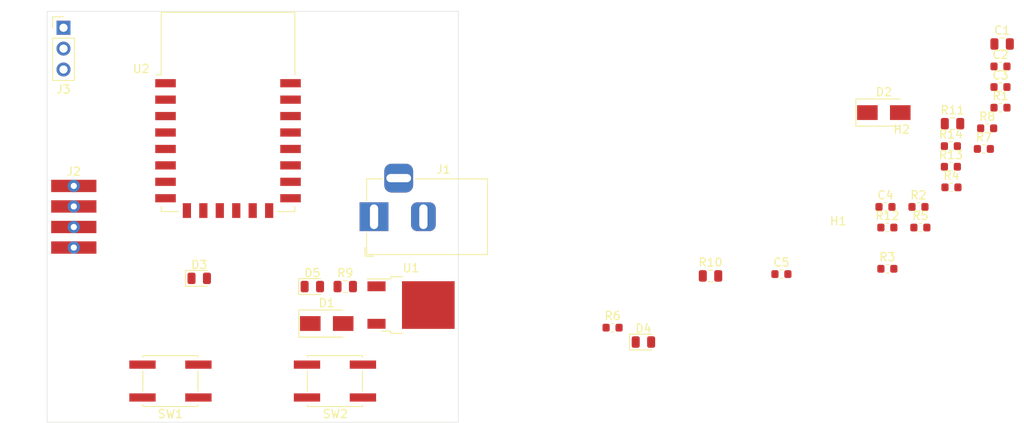
<source format=kicad_pcb>
(kicad_pcb (version 20171130) (host pcbnew "(5.1.5)-3")

  (general
    (thickness 1.6)
    (drawings 4)
    (tracks 0)
    (zones 0)
    (modules 33)
    (nets 33)
  )

  (page A4)
  (layers
    (0 F.Cu signal)
    (31 B.Cu signal)
    (32 B.Adhes user)
    (33 F.Adhes user)
    (34 B.Paste user)
    (35 F.Paste user)
    (36 B.SilkS user)
    (37 F.SilkS user)
    (38 B.Mask user)
    (39 F.Mask user)
    (40 Dwgs.User user)
    (41 Cmts.User user)
    (42 Eco1.User user)
    (43 Eco2.User user)
    (44 Edge.Cuts user)
    (45 Margin user)
    (46 B.CrtYd user)
    (47 F.CrtYd user)
    (48 B.Fab user)
    (49 F.Fab user)
  )

  (setup
    (last_trace_width 0.25)
    (user_trace_width 0.75)
    (trace_clearance 0.26)
    (zone_clearance 0.508)
    (zone_45_only no)
    (trace_min 0.25)
    (via_size 0.8)
    (via_drill 0.4)
    (via_min_size 0.4)
    (via_min_drill 0.3)
    (user_via 0.6 0.3)
    (uvia_size 0.3)
    (uvia_drill 0.1)
    (uvias_allowed no)
    (uvia_min_size 0.2)
    (uvia_min_drill 0.1)
    (edge_width 0.05)
    (segment_width 0.2)
    (pcb_text_width 0.3)
    (pcb_text_size 1.5 1.5)
    (mod_edge_width 0.12)
    (mod_text_size 1 1)
    (mod_text_width 0.15)
    (pad_size 1.524 1.524)
    (pad_drill 0.762)
    (pad_to_mask_clearance 0.051)
    (solder_mask_min_width 0.25)
    (aux_axis_origin 0 0)
    (visible_elements 7FFFFFFF)
    (pcbplotparams
      (layerselection 0x010fc_ffffffff)
      (usegerberextensions false)
      (usegerberattributes false)
      (usegerberadvancedattributes false)
      (creategerberjobfile false)
      (excludeedgelayer true)
      (linewidth 0.150000)
      (plotframeref false)
      (viasonmask false)
      (mode 1)
      (useauxorigin false)
      (hpglpennumber 1)
      (hpglpenspeed 20)
      (hpglpendiameter 15.000000)
      (psnegative false)
      (psa4output false)
      (plotreference true)
      (plotvalue true)
      (plotinvisibletext false)
      (padsonsilk false)
      (subtractmaskfromsilk false)
      (outputformat 1)
      (mirror false)
      (drillshape 1)
      (scaleselection 1)
      (outputdirectory ""))
  )

  (net 0 "")
  (net 1 +12V)
  (net 2 GND)
  (net 3 +5V)
  (net 4 /0VA)
  (net 5 /RST)
  (net 6 +3.3VA)
  (net 7 "Net-(C5-Pad2)")
  (net 8 /EXT_ADC)
  (net 9 "Net-(D3-Pad2)")
  (net 10 /GPIO16)
  (net 11 "Net-(D4-Pad2)")
  (net 12 "Net-(D5-Pad2)")
  (net 13 /GPIO13)
  (net 14 /GPIO0)
  (net 15 /GPIO2)
  (net 16 /EN)
  (net 17 /GPIO15)
  (net 18 "Net-(R7-Pad2)")
  (net 19 /ADC)
  (net 20 "Net-(R13-Pad2)")
  (net 21 /GPIO5)
  (net 22 /GPIO1)
  (net 23 /GPIO3)
  (net 24 /GPIO4)
  (net 25 /SCLK)
  (net 26 /MOSI)
  (net 27 /GPIO10)
  (net 28 /GPIO9)
  (net 29 /MISO)
  (net 30 /CS)
  (net 31 /GPIO12)
  (net 32 /GPIO14)

  (net_class Default "This is the default net class."
    (clearance 0.26)
    (trace_width 0.25)
    (via_dia 0.8)
    (via_drill 0.4)
    (uvia_dia 0.3)
    (uvia_drill 0.1)
    (diff_pair_width 0.25)
    (diff_pair_gap 0.25)
    (add_net +12V)
    (add_net +3.3VA)
    (add_net +5V)
    (add_net /0VA)
    (add_net /ADC)
    (add_net /CS)
    (add_net /EN)
    (add_net /EXT_ADC)
    (add_net /GPIO0)
    (add_net /GPIO1)
    (add_net /GPIO10)
    (add_net /GPIO12)
    (add_net /GPIO13)
    (add_net /GPIO14)
    (add_net /GPIO15)
    (add_net /GPIO16)
    (add_net /GPIO2)
    (add_net /GPIO3)
    (add_net /GPIO4)
    (add_net /GPIO5)
    (add_net /GPIO9)
    (add_net /MISO)
    (add_net /MOSI)
    (add_net /RST)
    (add_net /SCLK)
    (add_net GND)
    (add_net "Net-(C5-Pad2)")
    (add_net "Net-(D3-Pad2)")
    (add_net "Net-(D4-Pad2)")
    (add_net "Net-(D5-Pad2)")
    (add_net "Net-(R13-Pad2)")
    (add_net "Net-(R7-Pad2)")
  )

  (module RF_Module:ESP-12E (layer F.Cu) (tedit 5ECE0BFC) (tstamp 5ED3F8AF)
    (at 122 62.25)
    (descr "Wi-Fi Module, http://wiki.ai-thinker.com/_media/esp8266/docs/aithinker_esp_12f_datasheet_en.pdf")
    (tags "Wi-Fi Module")
    (path /5ECEAC46)
    (attr smd)
    (fp_text reference U2 (at -10.56 -5.26) (layer F.SilkS)
      (effects (font (size 1 1) (thickness 0.15)))
    )
    (fp_text value ESP-12E (at -0.06 -12.78) (layer F.Fab)
      (effects (font (size 1 1) (thickness 0.15)))
    )
    (fp_line (start 5.56 -4.8) (end 8.12 -7.36) (layer Dwgs.User) (width 0.12))
    (fp_line (start 2.56 -4.8) (end 8.12 -10.36) (layer Dwgs.User) (width 0.12))
    (fp_line (start -0.44 -4.8) (end 6.88 -12.12) (layer Dwgs.User) (width 0.12))
    (fp_line (start -3.44 -4.8) (end 3.88 -12.12) (layer Dwgs.User) (width 0.12))
    (fp_line (start -6.44 -4.8) (end 0.88 -12.12) (layer Dwgs.User) (width 0.12))
    (fp_line (start -8.12 -6.12) (end -2.12 -12.12) (layer Dwgs.User) (width 0.12))
    (fp_line (start -8.12 -9.12) (end -5.12 -12.12) (layer Dwgs.User) (width 0.12))
    (fp_line (start -8.12 -4.8) (end -8.12 -12.12) (layer Dwgs.User) (width 0.12))
    (fp_line (start 8.12 -4.8) (end -8.12 -4.8) (layer Dwgs.User) (width 0.12))
    (fp_line (start 8.12 -12.12) (end 8.12 -4.8) (layer Dwgs.User) (width 0.12))
    (fp_line (start -8.12 -12.12) (end 8.12 -12.12) (layer Dwgs.User) (width 0.12))
    (fp_line (start -8.12 -4.5) (end -8.73 -4.5) (layer F.SilkS) (width 0.12))
    (fp_line (start -8.12 -4.5) (end -8.12 -12.12) (layer F.SilkS) (width 0.12))
    (fp_line (start -8.12 12.12) (end -8.12 11.5) (layer F.SilkS) (width 0.12))
    (fp_line (start -6 12.12) (end -8.12 12.12) (layer F.SilkS) (width 0.12))
    (fp_line (start 8.12 12.12) (end 6 12.12) (layer F.SilkS) (width 0.12))
    (fp_line (start 8.12 11.5) (end 8.12 12.12) (layer F.SilkS) (width 0.12))
    (fp_line (start 8.12 -12.12) (end 8.12 -4.5) (layer F.SilkS) (width 0.12))
    (fp_line (start -8.12 -12.12) (end 8.12 -12.12) (layer F.SilkS) (width 0.12))
    (fp_line (start -9.05 13.1) (end -9.05 -12.2) (layer F.CrtYd) (width 0.05))
    (fp_line (start 9.05 13.1) (end -9.05 13.1) (layer F.CrtYd) (width 0.05))
    (fp_line (start 9.05 -12.2) (end 9.05 13.1) (layer F.CrtYd) (width 0.05))
    (fp_line (start -9.05 -12.2) (end 9.05 -12.2) (layer F.CrtYd) (width 0.05))
    (fp_line (start -8 -4) (end -8 -12) (layer F.Fab) (width 0.12))
    (fp_line (start -7.5 -3.5) (end -8 -4) (layer F.Fab) (width 0.12))
    (fp_line (start -8 -3) (end -7.5 -3.5) (layer F.Fab) (width 0.12))
    (fp_line (start -8 12) (end -8 -3) (layer F.Fab) (width 0.12))
    (fp_line (start 8 12) (end -8 12) (layer F.Fab) (width 0.12))
    (fp_line (start 8 -12) (end 8 12) (layer F.Fab) (width 0.12))
    (fp_line (start -8 -12) (end 8 -12) (layer F.Fab) (width 0.12))
    (fp_text user %R (at 0.49 -0.8) (layer F.Fab)
      (effects (font (size 1 1) (thickness 0.15)))
    )
    (fp_text user "KEEP-OUT ZONE" (at 0.03 -9.55 180) (layer Cmts.User)
      (effects (font (size 1 1) (thickness 0.15)))
    )
    (fp_text user Antenna (at -0.06 -7 180) (layer Cmts.User)
      (effects (font (size 1 1) (thickness 0.15)))
    )
    (pad 22 smd rect (at 7.6 -3.5) (size 2.5 1) (layers F.Cu F.Paste F.Mask)
      (net 22 /GPIO1))
    (pad 21 smd rect (at 7.6 -1.5) (size 2.5 1) (layers F.Cu F.Paste F.Mask)
      (net 23 /GPIO3))
    (pad 20 smd rect (at 7.6 0.5) (size 2.5 1) (layers F.Cu F.Paste F.Mask)
      (net 21 /GPIO5))
    (pad 19 smd rect (at 7.6 2.5) (size 2.5 1) (layers F.Cu F.Paste F.Mask)
      (net 24 /GPIO4))
    (pad 18 smd rect (at 7.6 4.5) (size 2.5 1) (layers F.Cu F.Paste F.Mask)
      (net 14 /GPIO0))
    (pad 17 smd rect (at 7.6 6.5) (size 2.5 1) (layers F.Cu F.Paste F.Mask)
      (net 15 /GPIO2))
    (pad 16 smd rect (at 7.6 8.5) (size 2.5 1) (layers F.Cu F.Paste F.Mask)
      (net 17 /GPIO15))
    (pad 15 smd rect (at 7.6 10.5) (size 2.5 1) (layers F.Cu F.Paste F.Mask)
      (net 4 /0VA))
    (pad 14 smd rect (at 5 12) (size 1 1.8) (layers F.Cu F.Paste F.Mask)
      (net 25 /SCLK))
    (pad 13 smd rect (at 3 12) (size 1 1.8) (layers F.Cu F.Paste F.Mask)
      (net 26 /MOSI))
    (pad 12 smd rect (at 1 12) (size 1 1.8) (layers F.Cu F.Paste F.Mask)
      (net 27 /GPIO10))
    (pad 11 smd rect (at -1 12) (size 1 1.8) (layers F.Cu F.Paste F.Mask)
      (net 28 /GPIO9))
    (pad 10 smd rect (at -3 12) (size 1 1.8) (layers F.Cu F.Paste F.Mask)
      (net 29 /MISO))
    (pad 9 smd rect (at -5 12) (size 1 1.8) (layers F.Cu F.Paste F.Mask)
      (net 30 /CS))
    (pad 8 smd rect (at -7.6 10.5) (size 2.5 1) (layers F.Cu F.Paste F.Mask)
      (net 6 +3.3VA))
    (pad 7 smd rect (at -7.6 8.5) (size 2.5 1) (layers F.Cu F.Paste F.Mask)
      (net 13 /GPIO13))
    (pad 6 smd rect (at -7.6 6.5) (size 2.5 1) (layers F.Cu F.Paste F.Mask)
      (net 31 /GPIO12))
    (pad 5 smd rect (at -7.6 4.5) (size 2.5 1) (layers F.Cu F.Paste F.Mask)
      (net 32 /GPIO14))
    (pad 4 smd rect (at -7.6 2.5) (size 2.5 1) (layers F.Cu F.Paste F.Mask)
      (net 10 /GPIO16))
    (pad 3 smd rect (at -7.6 0.5) (size 2.5 1) (layers F.Cu F.Paste F.Mask)
      (net 16 /EN))
    (pad 2 smd rect (at -7.6 -1.5) (size 2.5 1) (layers F.Cu F.Paste F.Mask)
      (net 19 /ADC))
    (pad 1 smd rect (at -7.6 -3.5) (size 2.5 1) (layers F.Cu F.Paste F.Mask)
      (net 5 /RST))
    (model ${KISYS3DMOD}/ESP8266.3dshapes/ESP-12E.wrl
      (offset (xyz -7 3.5 0))
      (scale (xyz 0.394 0.394 0.394))
      (rotate (xyz 0 0 0))
    )
  )

  (module Package_TO_SOT_SMD:TO-252-2 (layer F.Cu) (tedit 5A70A390) (tstamp 5ED3F874)
    (at 144.25 85.75)
    (descr "TO-252 / DPAK SMD package, http://www.infineon.com/cms/en/product/packages/PG-TO252/PG-TO252-3-1/")
    (tags "DPAK TO-252 DPAK-3 TO-252-3 SOT-428")
    (path /5ECD9D89)
    (attr smd)
    (fp_text reference U1 (at 0 -4.5) (layer F.SilkS)
      (effects (font (size 1 1) (thickness 0.15)))
    )
    (fp_text value LM7805_TO252-2 (at 0 4.5) (layer F.Fab)
      (effects (font (size 1 1) (thickness 0.15)))
    )
    (fp_text user %R (at 0 0) (layer F.Fab)
      (effects (font (size 1 1) (thickness 0.15)))
    )
    (fp_line (start 5.55 -3.5) (end -5.55 -3.5) (layer F.CrtYd) (width 0.05))
    (fp_line (start 5.55 3.5) (end 5.55 -3.5) (layer F.CrtYd) (width 0.05))
    (fp_line (start -5.55 3.5) (end 5.55 3.5) (layer F.CrtYd) (width 0.05))
    (fp_line (start -5.55 -3.5) (end -5.55 3.5) (layer F.CrtYd) (width 0.05))
    (fp_line (start -2.47 3.18) (end -3.57 3.18) (layer F.SilkS) (width 0.12))
    (fp_line (start -2.47 3.45) (end -2.47 3.18) (layer F.SilkS) (width 0.12))
    (fp_line (start -0.97 3.45) (end -2.47 3.45) (layer F.SilkS) (width 0.12))
    (fp_line (start -2.47 -3.18) (end -5.3 -3.18) (layer F.SilkS) (width 0.12))
    (fp_line (start -2.47 -3.45) (end -2.47 -3.18) (layer F.SilkS) (width 0.12))
    (fp_line (start -0.97 -3.45) (end -2.47 -3.45) (layer F.SilkS) (width 0.12))
    (fp_line (start -4.97 2.655) (end -2.27 2.655) (layer F.Fab) (width 0.1))
    (fp_line (start -4.97 1.905) (end -4.97 2.655) (layer F.Fab) (width 0.1))
    (fp_line (start -2.27 1.905) (end -4.97 1.905) (layer F.Fab) (width 0.1))
    (fp_line (start -4.97 -1.905) (end -2.27 -1.905) (layer F.Fab) (width 0.1))
    (fp_line (start -4.97 -2.655) (end -4.97 -1.905) (layer F.Fab) (width 0.1))
    (fp_line (start -1.865 -2.655) (end -4.97 -2.655) (layer F.Fab) (width 0.1))
    (fp_line (start -1.27 -3.25) (end 3.95 -3.25) (layer F.Fab) (width 0.1))
    (fp_line (start -2.27 -2.25) (end -1.27 -3.25) (layer F.Fab) (width 0.1))
    (fp_line (start -2.27 3.25) (end -2.27 -2.25) (layer F.Fab) (width 0.1))
    (fp_line (start 3.95 3.25) (end -2.27 3.25) (layer F.Fab) (width 0.1))
    (fp_line (start 3.95 -3.25) (end 3.95 3.25) (layer F.Fab) (width 0.1))
    (fp_line (start 4.95 2.7) (end 3.95 2.7) (layer F.Fab) (width 0.1))
    (fp_line (start 4.95 -2.7) (end 4.95 2.7) (layer F.Fab) (width 0.1))
    (fp_line (start 3.95 -2.7) (end 4.95 -2.7) (layer F.Fab) (width 0.1))
    (pad "" smd rect (at 0.425 1.525) (size 3.05 2.75) (layers F.Paste))
    (pad "" smd rect (at 3.775 -1.525) (size 3.05 2.75) (layers F.Paste))
    (pad "" smd rect (at 0.425 -1.525) (size 3.05 2.75) (layers F.Paste))
    (pad "" smd rect (at 3.775 1.525) (size 3.05 2.75) (layers F.Paste))
    (pad 2 smd rect (at 2.1 0) (size 6.4 5.8) (layers F.Cu F.Mask)
      (net 2 GND))
    (pad 3 smd rect (at -4.2 2.28) (size 2.2 1.2) (layers F.Cu F.Paste F.Mask)
      (net 3 +5V))
    (pad 1 smd rect (at -4.2 -2.28) (size 2.2 1.2) (layers F.Cu F.Paste F.Mask)
      (net 1 +12V))
    (model ${KISYS3DMOD}/Package_TO_SOT_SMD.3dshapes/TO-252-2.wrl
      (at (xyz 0 0 0))
      (scale (xyz 1 1 1))
      (rotate (xyz 0 0 0))
    )
  )

  (module Button_Switch_SMD:SW_SPST_EVQQ2 (layer F.Cu) (tedit 5872491A) (tstamp 5ED3F850)
    (at 135 95)
    (descr "Light Touch Switch, https://industrial.panasonic.com/cdbs/www-data/pdf/ATK0000/ATK0000CE28.pdf")
    (path /5ECF190D)
    (attr smd)
    (fp_text reference SW2 (at 0.05 4) (layer F.SilkS)
      (effects (font (size 1 1) (thickness 0.15)))
    )
    (fp_text value SW2 (at 0 4.25) (layer F.Fab)
      (effects (font (size 1 1) (thickness 0.15)))
    )
    (fp_circle (center 0 0) (end 1.5 0) (layer F.Fab) (width 0.1))
    (fp_circle (center 0 0) (end 1.9 0) (layer F.Fab) (width 0.1))
    (fp_line (start -3.35 3.1) (end 3.35 3.1) (layer F.SilkS) (width 0.12))
    (fp_line (start 3.35 -3.1) (end -3.35 -3.1) (layer F.SilkS) (width 0.12))
    (fp_line (start 3.35 -1.2) (end 3.35 1.2) (layer F.SilkS) (width 0.12))
    (fp_line (start -3.35 -1.2) (end -3.35 1.2) (layer F.SilkS) (width 0.12))
    (fp_line (start -3.35 -3.1) (end -3.35 -2.9) (layer F.SilkS) (width 0.12))
    (fp_line (start -3.35 3.1) (end -3.35 2.9) (layer F.SilkS) (width 0.12))
    (fp_line (start 3.35 3.1) (end 3.35 2.9) (layer F.SilkS) (width 0.12))
    (fp_line (start 3.35 -3.1) (end 3.35 -2.9) (layer F.SilkS) (width 0.12))
    (fp_line (start -5.25 3.25) (end -5.25 -3.25) (layer F.CrtYd) (width 0.05))
    (fp_line (start 5.25 3.25) (end -5.25 3.25) (layer F.CrtYd) (width 0.05))
    (fp_line (start 5.25 -3.25) (end 5.25 3.25) (layer F.CrtYd) (width 0.05))
    (fp_line (start -5.25 -3.25) (end 5.25 -3.25) (layer F.CrtYd) (width 0.05))
    (fp_text user %R (at 0.05 -3.95) (layer F.Fab)
      (effects (font (size 1 1) (thickness 0.15)))
    )
    (fp_line (start -3.25 3) (end -3.25 -3) (layer F.Fab) (width 0.1))
    (fp_line (start 3.25 3) (end -3.25 3) (layer F.Fab) (width 0.1))
    (fp_line (start 3.25 -3) (end 3.25 3) (layer F.Fab) (width 0.1))
    (fp_line (start -3.25 -3) (end 3.25 -3) (layer F.Fab) (width 0.1))
    (pad 2 smd rect (at 3.4 2) (size 3.2 1) (layers F.Cu F.Paste F.Mask)
      (net 4 /0VA))
    (pad 2 smd rect (at -3.4 2) (size 3.2 1) (layers F.Cu F.Paste F.Mask)
      (net 4 /0VA))
    (pad 1 smd rect (at -3.4 -2) (size 3.2 1) (layers F.Cu F.Paste F.Mask)
      (net 20 "Net-(R13-Pad2)"))
    (pad 1 smd rect (at 3.4 -2) (size 3.2 1) (layers F.Cu F.Paste F.Mask)
      (net 20 "Net-(R13-Pad2)"))
    (model ${KISYS3DMOD}/Button_Switch_SMD.3dshapes/SW_SPST_EVQQ2.wrl
      (at (xyz 0 0 0))
      (scale (xyz 1 1 1))
      (rotate (xyz 0 0 0))
    )
  )

  (module Button_Switch_SMD:SW_SPST_EVQQ2 (layer F.Cu) (tedit 5872491A) (tstamp 5ED3F835)
    (at 115 95)
    (descr "Light Touch Switch, https://industrial.panasonic.com/cdbs/www-data/pdf/ATK0000/ATK0000CE28.pdf")
    (path /5ED3BE4B)
    (attr smd)
    (fp_text reference SW1 (at 0 4) (layer F.SilkS)
      (effects (font (size 1 1) (thickness 0.15)))
    )
    (fp_text value DNP (at 0 4.25) (layer F.Fab)
      (effects (font (size 1 1) (thickness 0.15)))
    )
    (fp_circle (center 0 0) (end 1.5 0) (layer F.Fab) (width 0.1))
    (fp_circle (center 0 0) (end 1.9 0) (layer F.Fab) (width 0.1))
    (fp_line (start -3.35 3.1) (end 3.35 3.1) (layer F.SilkS) (width 0.12))
    (fp_line (start 3.35 -3.1) (end -3.35 -3.1) (layer F.SilkS) (width 0.12))
    (fp_line (start 3.35 -1.2) (end 3.35 1.2) (layer F.SilkS) (width 0.12))
    (fp_line (start -3.35 -1.2) (end -3.35 1.2) (layer F.SilkS) (width 0.12))
    (fp_line (start -3.35 -3.1) (end -3.35 -2.9) (layer F.SilkS) (width 0.12))
    (fp_line (start -3.35 3.1) (end -3.35 2.9) (layer F.SilkS) (width 0.12))
    (fp_line (start 3.35 3.1) (end 3.35 2.9) (layer F.SilkS) (width 0.12))
    (fp_line (start 3.35 -3.1) (end 3.35 -2.9) (layer F.SilkS) (width 0.12))
    (fp_line (start -5.25 3.25) (end -5.25 -3.25) (layer F.CrtYd) (width 0.05))
    (fp_line (start 5.25 3.25) (end -5.25 3.25) (layer F.CrtYd) (width 0.05))
    (fp_line (start 5.25 -3.25) (end 5.25 3.25) (layer F.CrtYd) (width 0.05))
    (fp_line (start -5.25 -3.25) (end 5.25 -3.25) (layer F.CrtYd) (width 0.05))
    (fp_text user %R (at 0.05 -3.95) (layer F.Fab)
      (effects (font (size 1 1) (thickness 0.15)))
    )
    (fp_line (start -3.25 3) (end -3.25 -3) (layer F.Fab) (width 0.1))
    (fp_line (start 3.25 3) (end -3.25 3) (layer F.Fab) (width 0.1))
    (fp_line (start 3.25 -3) (end 3.25 3) (layer F.Fab) (width 0.1))
    (fp_line (start -3.25 -3) (end 3.25 -3) (layer F.Fab) (width 0.1))
    (pad 2 smd rect (at 3.4 2) (size 3.2 1) (layers F.Cu F.Paste F.Mask)
      (net 4 /0VA))
    (pad 2 smd rect (at -3.4 2) (size 3.2 1) (layers F.Cu F.Paste F.Mask)
      (net 4 /0VA))
    (pad 1 smd rect (at -3.4 -2) (size 3.2 1) (layers F.Cu F.Paste F.Mask)
      (net 18 "Net-(R7-Pad2)"))
    (pad 1 smd rect (at 3.4 -2) (size 3.2 1) (layers F.Cu F.Paste F.Mask)
      (net 18 "Net-(R7-Pad2)"))
    (model ${KISYS3DMOD}/Button_Switch_SMD.3dshapes/SW_SPST_EVQQ2.wrl
      (at (xyz 0 0 0))
      (scale (xyz 1 1 1))
      (rotate (xyz 0 0 0))
    )
  )

  (module Resistor_SMD:R_0603_1608Metric (layer F.Cu) (tedit 5B301BBD) (tstamp 5ED3F81A)
    (at 209.875001 66.405001)
    (descr "Resistor SMD 0603 (1608 Metric), square (rectangular) end terminal, IPC_7351 nominal, (Body size source: http://www.tortai-tech.com/upload/download/2011102023233369053.pdf), generated with kicad-footprint-generator")
    (tags resistor)
    (path /5ECFC284)
    (attr smd)
    (fp_text reference R14 (at 0 -1.43) (layer F.SilkS)
      (effects (font (size 1 1) (thickness 0.15)))
    )
    (fp_text value 12K (at 0 1.43) (layer F.Fab)
      (effects (font (size 1 1) (thickness 0.15)))
    )
    (fp_text user %R (at 0 0) (layer F.Fab)
      (effects (font (size 0.4 0.4) (thickness 0.06)))
    )
    (fp_line (start 1.48 0.73) (end -1.48 0.73) (layer F.CrtYd) (width 0.05))
    (fp_line (start 1.48 -0.73) (end 1.48 0.73) (layer F.CrtYd) (width 0.05))
    (fp_line (start -1.48 -0.73) (end 1.48 -0.73) (layer F.CrtYd) (width 0.05))
    (fp_line (start -1.48 0.73) (end -1.48 -0.73) (layer F.CrtYd) (width 0.05))
    (fp_line (start -0.162779 0.51) (end 0.162779 0.51) (layer F.SilkS) (width 0.12))
    (fp_line (start -0.162779 -0.51) (end 0.162779 -0.51) (layer F.SilkS) (width 0.12))
    (fp_line (start 0.8 0.4) (end -0.8 0.4) (layer F.Fab) (width 0.1))
    (fp_line (start 0.8 -0.4) (end 0.8 0.4) (layer F.Fab) (width 0.1))
    (fp_line (start -0.8 -0.4) (end 0.8 -0.4) (layer F.Fab) (width 0.1))
    (fp_line (start -0.8 0.4) (end -0.8 -0.4) (layer F.Fab) (width 0.1))
    (pad 2 smd roundrect (at 0.7875 0) (size 0.875 0.95) (layers F.Cu F.Paste F.Mask) (roundrect_rratio 0.25)
      (net 21 /GPIO5))
    (pad 1 smd roundrect (at -0.7875 0) (size 0.875 0.95) (layers F.Cu F.Paste F.Mask) (roundrect_rratio 0.25)
      (net 6 +3.3VA))
    (model ${KISYS3DMOD}/Resistor_SMD.3dshapes/R_0603_1608Metric.wrl
      (at (xyz 0 0 0))
      (scale (xyz 1 1 1))
      (rotate (xyz 0 0 0))
    )
  )

  (module Resistor_SMD:R_0603_1608Metric (layer F.Cu) (tedit 5B301BBD) (tstamp 5ED3F809)
    (at 209.875001 68.915001)
    (descr "Resistor SMD 0603 (1608 Metric), square (rectangular) end terminal, IPC_7351 nominal, (Body size source: http://www.tortai-tech.com/upload/download/2011102023233369053.pdf), generated with kicad-footprint-generator")
    (tags resistor)
    (path /5ECF1904)
    (attr smd)
    (fp_text reference R13 (at 0 -1.43) (layer F.SilkS)
      (effects (font (size 1 1) (thickness 0.15)))
    )
    (fp_text value 470 (at 0 1.43) (layer F.Fab)
      (effects (font (size 1 1) (thickness 0.15)))
    )
    (fp_text user %R (at 0 0) (layer F.Fab)
      (effects (font (size 0.4 0.4) (thickness 0.06)))
    )
    (fp_line (start 1.48 0.73) (end -1.48 0.73) (layer F.CrtYd) (width 0.05))
    (fp_line (start 1.48 -0.73) (end 1.48 0.73) (layer F.CrtYd) (width 0.05))
    (fp_line (start -1.48 -0.73) (end 1.48 -0.73) (layer F.CrtYd) (width 0.05))
    (fp_line (start -1.48 0.73) (end -1.48 -0.73) (layer F.CrtYd) (width 0.05))
    (fp_line (start -0.162779 0.51) (end 0.162779 0.51) (layer F.SilkS) (width 0.12))
    (fp_line (start -0.162779 -0.51) (end 0.162779 -0.51) (layer F.SilkS) (width 0.12))
    (fp_line (start 0.8 0.4) (end -0.8 0.4) (layer F.Fab) (width 0.1))
    (fp_line (start 0.8 -0.4) (end 0.8 0.4) (layer F.Fab) (width 0.1))
    (fp_line (start -0.8 -0.4) (end 0.8 -0.4) (layer F.Fab) (width 0.1))
    (fp_line (start -0.8 0.4) (end -0.8 -0.4) (layer F.Fab) (width 0.1))
    (pad 2 smd roundrect (at 0.7875 0) (size 0.875 0.95) (layers F.Cu F.Paste F.Mask) (roundrect_rratio 0.25)
      (net 20 "Net-(R13-Pad2)"))
    (pad 1 smd roundrect (at -0.7875 0) (size 0.875 0.95) (layers F.Cu F.Paste F.Mask) (roundrect_rratio 0.25)
      (net 21 /GPIO5))
    (model ${KISYS3DMOD}/Resistor_SMD.3dshapes/R_0603_1608Metric.wrl
      (at (xyz 0 0 0))
      (scale (xyz 1 1 1))
      (rotate (xyz 0 0 0))
    )
  )

  (module Resistor_SMD:R_0603_1608Metric (layer F.Cu) (tedit 5B301BBD) (tstamp 5ED3F7F8)
    (at 202.155001 76.315001)
    (descr "Resistor SMD 0603 (1608 Metric), square (rectangular) end terminal, IPC_7351 nominal, (Body size source: http://www.tortai-tech.com/upload/download/2011102023233369053.pdf), generated with kicad-footprint-generator")
    (tags resistor)
    (path /5EDBAB54)
    (attr smd)
    (fp_text reference R12 (at 0 -1.43) (layer F.SilkS)
      (effects (font (size 1 1) (thickness 0.15)))
    )
    (fp_text value "2.2K DNP" (at 0 1.43) (layer F.Fab)
      (effects (font (size 1 1) (thickness 0.15)))
    )
    (fp_text user %R (at 0 0) (layer F.Fab)
      (effects (font (size 0.4 0.4) (thickness 0.06)))
    )
    (fp_line (start 1.48 0.73) (end -1.48 0.73) (layer F.CrtYd) (width 0.05))
    (fp_line (start 1.48 -0.73) (end 1.48 0.73) (layer F.CrtYd) (width 0.05))
    (fp_line (start -1.48 -0.73) (end 1.48 -0.73) (layer F.CrtYd) (width 0.05))
    (fp_line (start -1.48 0.73) (end -1.48 -0.73) (layer F.CrtYd) (width 0.05))
    (fp_line (start -0.162779 0.51) (end 0.162779 0.51) (layer F.SilkS) (width 0.12))
    (fp_line (start -0.162779 -0.51) (end 0.162779 -0.51) (layer F.SilkS) (width 0.12))
    (fp_line (start 0.8 0.4) (end -0.8 0.4) (layer F.Fab) (width 0.1))
    (fp_line (start 0.8 -0.4) (end 0.8 0.4) (layer F.Fab) (width 0.1))
    (fp_line (start -0.8 -0.4) (end 0.8 -0.4) (layer F.Fab) (width 0.1))
    (fp_line (start -0.8 0.4) (end -0.8 -0.4) (layer F.Fab) (width 0.1))
    (pad 2 smd roundrect (at 0.7875 0) (size 0.875 0.95) (layers F.Cu F.Paste F.Mask) (roundrect_rratio 0.25)
      (net 6 +3.3VA))
    (pad 1 smd roundrect (at -0.7875 0) (size 0.875 0.95) (layers F.Cu F.Paste F.Mask) (roundrect_rratio 0.25)
      (net 7 "Net-(C5-Pad2)"))
    (model ${KISYS3DMOD}/Resistor_SMD.3dshapes/R_0603_1608Metric.wrl
      (at (xyz 0 0 0))
      (scale (xyz 1 1 1))
      (rotate (xyz 0 0 0))
    )
  )

  (module Resistor_SMD:R_0805_2012Metric (layer F.Cu) (tedit 5B36C52B) (tstamp 5ED3F7E7)
    (at 210.075001 63.675001)
    (descr "Resistor SMD 0805 (2012 Metric), square (rectangular) end terminal, IPC_7351 nominal, (Body size source: https://docs.google.com/spreadsheets/d/1BsfQQcO9C6DZCsRaXUlFlo91Tg2WpOkGARC1WS5S8t0/edit?usp=sharing), generated with kicad-footprint-generator")
    (tags resistor)
    (path /5ED48F20)
    (attr smd)
    (fp_text reference R11 (at 0 -1.65) (layer F.SilkS)
      (effects (font (size 1 1) (thickness 0.15)))
    )
    (fp_text value "100k 1% DNP" (at 0 1.65) (layer F.Fab)
      (effects (font (size 1 1) (thickness 0.15)))
    )
    (fp_text user %R (at 0 0) (layer F.Fab)
      (effects (font (size 0.5 0.5) (thickness 0.08)))
    )
    (fp_line (start 1.68 0.95) (end -1.68 0.95) (layer F.CrtYd) (width 0.05))
    (fp_line (start 1.68 -0.95) (end 1.68 0.95) (layer F.CrtYd) (width 0.05))
    (fp_line (start -1.68 -0.95) (end 1.68 -0.95) (layer F.CrtYd) (width 0.05))
    (fp_line (start -1.68 0.95) (end -1.68 -0.95) (layer F.CrtYd) (width 0.05))
    (fp_line (start -0.258578 0.71) (end 0.258578 0.71) (layer F.SilkS) (width 0.12))
    (fp_line (start -0.258578 -0.71) (end 0.258578 -0.71) (layer F.SilkS) (width 0.12))
    (fp_line (start 1 0.6) (end -1 0.6) (layer F.Fab) (width 0.1))
    (fp_line (start 1 -0.6) (end 1 0.6) (layer F.Fab) (width 0.1))
    (fp_line (start -1 -0.6) (end 1 -0.6) (layer F.Fab) (width 0.1))
    (fp_line (start -1 0.6) (end -1 -0.6) (layer F.Fab) (width 0.1))
    (pad 2 smd roundrect (at 0.9375 0) (size 0.975 1.4) (layers F.Cu F.Paste F.Mask) (roundrect_rratio 0.25)
      (net 19 /ADC))
    (pad 1 smd roundrect (at -0.9375 0) (size 0.975 1.4) (layers F.Cu F.Paste F.Mask) (roundrect_rratio 0.25)
      (net 4 /0VA))
    (model ${KISYS3DMOD}/Resistor_SMD.3dshapes/R_0805_2012Metric.wrl
      (at (xyz 0 0 0))
      (scale (xyz 1 1 1))
      (rotate (xyz 0 0 0))
    )
  )

  (module Resistor_SMD:R_0805_2012Metric (layer F.Cu) (tedit 5B36C52B) (tstamp 5ED3F7D6)
    (at 180.655001 82.205001)
    (descr "Resistor SMD 0805 (2012 Metric), square (rectangular) end terminal, IPC_7351 nominal, (Body size source: https://docs.google.com/spreadsheets/d/1BsfQQcO9C6DZCsRaXUlFlo91Tg2WpOkGARC1WS5S8t0/edit?usp=sharing), generated with kicad-footprint-generator")
    (tags resistor)
    (path /5ED48717)
    (attr smd)
    (fp_text reference R10 (at 0 -1.65) (layer F.SilkS)
      (effects (font (size 1 1) (thickness 0.15)))
    )
    (fp_text value "220K 1% DNP" (at 0 1.65) (layer F.Fab)
      (effects (font (size 1 1) (thickness 0.15)))
    )
    (fp_text user %R (at 0 0) (layer F.Fab)
      (effects (font (size 0.5 0.5) (thickness 0.08)))
    )
    (fp_line (start 1.68 0.95) (end -1.68 0.95) (layer F.CrtYd) (width 0.05))
    (fp_line (start 1.68 -0.95) (end 1.68 0.95) (layer F.CrtYd) (width 0.05))
    (fp_line (start -1.68 -0.95) (end 1.68 -0.95) (layer F.CrtYd) (width 0.05))
    (fp_line (start -1.68 0.95) (end -1.68 -0.95) (layer F.CrtYd) (width 0.05))
    (fp_line (start -0.258578 0.71) (end 0.258578 0.71) (layer F.SilkS) (width 0.12))
    (fp_line (start -0.258578 -0.71) (end 0.258578 -0.71) (layer F.SilkS) (width 0.12))
    (fp_line (start 1 0.6) (end -1 0.6) (layer F.Fab) (width 0.1))
    (fp_line (start 1 -0.6) (end 1 0.6) (layer F.Fab) (width 0.1))
    (fp_line (start -1 -0.6) (end 1 -0.6) (layer F.Fab) (width 0.1))
    (fp_line (start -1 0.6) (end -1 -0.6) (layer F.Fab) (width 0.1))
    (pad 2 smd roundrect (at 0.9375 0) (size 0.975 1.4) (layers F.Cu F.Paste F.Mask) (roundrect_rratio 0.25)
      (net 8 /EXT_ADC))
    (pad 1 smd roundrect (at -0.9375 0) (size 0.975 1.4) (layers F.Cu F.Paste F.Mask) (roundrect_rratio 0.25)
      (net 19 /ADC))
    (model ${KISYS3DMOD}/Resistor_SMD.3dshapes/R_0805_2012Metric.wrl
      (at (xyz 0 0 0))
      (scale (xyz 1 1 1))
      (rotate (xyz 0 0 0))
    )
  )

  (module Resistor_SMD:R_0805_2012Metric (layer F.Cu) (tedit 5B36C52B) (tstamp 5ED3F7C5)
    (at 136.25 83.5)
    (descr "Resistor SMD 0805 (2012 Metric), square (rectangular) end terminal, IPC_7351 nominal, (Body size source: https://docs.google.com/spreadsheets/d/1BsfQQcO9C6DZCsRaXUlFlo91Tg2WpOkGARC1WS5S8t0/edit?usp=sharing), generated with kicad-footprint-generator")
    (tags resistor)
    (path /5ED6C5A9)
    (attr smd)
    (fp_text reference R9 (at 0 -1.65) (layer F.SilkS)
      (effects (font (size 1 1) (thickness 0.15)))
    )
    (fp_text value 510 (at 0 1.65) (layer F.Fab)
      (effects (font (size 1 1) (thickness 0.15)))
    )
    (fp_text user %R (at 0 0) (layer F.Fab)
      (effects (font (size 0.5 0.5) (thickness 0.08)))
    )
    (fp_line (start 1.68 0.95) (end -1.68 0.95) (layer F.CrtYd) (width 0.05))
    (fp_line (start 1.68 -0.95) (end 1.68 0.95) (layer F.CrtYd) (width 0.05))
    (fp_line (start -1.68 -0.95) (end 1.68 -0.95) (layer F.CrtYd) (width 0.05))
    (fp_line (start -1.68 0.95) (end -1.68 -0.95) (layer F.CrtYd) (width 0.05))
    (fp_line (start -0.258578 0.71) (end 0.258578 0.71) (layer F.SilkS) (width 0.12))
    (fp_line (start -0.258578 -0.71) (end 0.258578 -0.71) (layer F.SilkS) (width 0.12))
    (fp_line (start 1 0.6) (end -1 0.6) (layer F.Fab) (width 0.1))
    (fp_line (start 1 -0.6) (end 1 0.6) (layer F.Fab) (width 0.1))
    (fp_line (start -1 -0.6) (end 1 -0.6) (layer F.Fab) (width 0.1))
    (fp_line (start -1 0.6) (end -1 -0.6) (layer F.Fab) (width 0.1))
    (pad 2 smd roundrect (at 0.9375 0) (size 0.975 1.4) (layers F.Cu F.Paste F.Mask) (roundrect_rratio 0.25)
      (net 1 +12V))
    (pad 1 smd roundrect (at -0.9375 0) (size 0.975 1.4) (layers F.Cu F.Paste F.Mask) (roundrect_rratio 0.25)
      (net 12 "Net-(D5-Pad2)"))
    (model ${KISYS3DMOD}/Resistor_SMD.3dshapes/R_0805_2012Metric.wrl
      (at (xyz 0 0 0))
      (scale (xyz 1 1 1))
      (rotate (xyz 0 0 0))
    )
  )

  (module Resistor_SMD:R_0603_1608Metric (layer F.Cu) (tedit 5B301BBD) (tstamp 5ED3F7B4)
    (at 214.285001 64.235001)
    (descr "Resistor SMD 0603 (1608 Metric), square (rectangular) end terminal, IPC_7351 nominal, (Body size source: http://www.tortai-tech.com/upload/download/2011102023233369053.pdf), generated with kicad-footprint-generator")
    (tags resistor)
    (path /5ED49487)
    (attr smd)
    (fp_text reference R8 (at 0 -1.43) (layer F.SilkS)
      (effects (font (size 1 1) (thickness 0.15)))
    )
    (fp_text value 22 (at 0 1.43) (layer F.Fab)
      (effects (font (size 1 1) (thickness 0.15)))
    )
    (fp_text user %R (at 0 0) (layer F.Fab)
      (effects (font (size 0.4 0.4) (thickness 0.06)))
    )
    (fp_line (start 1.48 0.73) (end -1.48 0.73) (layer F.CrtYd) (width 0.05))
    (fp_line (start 1.48 -0.73) (end 1.48 0.73) (layer F.CrtYd) (width 0.05))
    (fp_line (start -1.48 -0.73) (end 1.48 -0.73) (layer F.CrtYd) (width 0.05))
    (fp_line (start -1.48 0.73) (end -1.48 -0.73) (layer F.CrtYd) (width 0.05))
    (fp_line (start -0.162779 0.51) (end 0.162779 0.51) (layer F.SilkS) (width 0.12))
    (fp_line (start -0.162779 -0.51) (end 0.162779 -0.51) (layer F.SilkS) (width 0.12))
    (fp_line (start 0.8 0.4) (end -0.8 0.4) (layer F.Fab) (width 0.1))
    (fp_line (start 0.8 -0.4) (end 0.8 0.4) (layer F.Fab) (width 0.1))
    (fp_line (start -0.8 -0.4) (end 0.8 -0.4) (layer F.Fab) (width 0.1))
    (fp_line (start -0.8 0.4) (end -0.8 -0.4) (layer F.Fab) (width 0.1))
    (pad 2 smd roundrect (at 0.7875 0) (size 0.875 0.95) (layers F.Cu F.Paste F.Mask) (roundrect_rratio 0.25)
      (net 11 "Net-(D4-Pad2)"))
    (pad 1 smd roundrect (at -0.7875 0) (size 0.875 0.95) (layers F.Cu F.Paste F.Mask) (roundrect_rratio 0.25)
      (net 6 +3.3VA))
    (model ${KISYS3DMOD}/Resistor_SMD.3dshapes/R_0603_1608Metric.wrl
      (at (xyz 0 0 0))
      (scale (xyz 1 1 1))
      (rotate (xyz 0 0 0))
    )
  )

  (module Resistor_SMD:R_0603_1608Metric (layer F.Cu) (tedit 5B301BBD) (tstamp 5ED3F7A3)
    (at 213.885001 66.745001)
    (descr "Resistor SMD 0603 (1608 Metric), square (rectangular) end terminal, IPC_7351 nominal, (Body size source: http://www.tortai-tech.com/upload/download/2011102023233369053.pdf), generated with kicad-footprint-generator")
    (tags resistor)
    (path /5ED490CD)
    (attr smd)
    (fp_text reference R7 (at 0 -1.43) (layer F.SilkS)
      (effects (font (size 1 1) (thickness 0.15)))
    )
    (fp_text value 470 (at 0 1.43) (layer F.Fab)
      (effects (font (size 1 1) (thickness 0.15)))
    )
    (fp_text user %R (at 0 0) (layer F.Fab)
      (effects (font (size 0.4 0.4) (thickness 0.06)))
    )
    (fp_line (start 1.48 0.73) (end -1.48 0.73) (layer F.CrtYd) (width 0.05))
    (fp_line (start 1.48 -0.73) (end 1.48 0.73) (layer F.CrtYd) (width 0.05))
    (fp_line (start -1.48 -0.73) (end 1.48 -0.73) (layer F.CrtYd) (width 0.05))
    (fp_line (start -1.48 0.73) (end -1.48 -0.73) (layer F.CrtYd) (width 0.05))
    (fp_line (start -0.162779 0.51) (end 0.162779 0.51) (layer F.SilkS) (width 0.12))
    (fp_line (start -0.162779 -0.51) (end 0.162779 -0.51) (layer F.SilkS) (width 0.12))
    (fp_line (start 0.8 0.4) (end -0.8 0.4) (layer F.Fab) (width 0.1))
    (fp_line (start 0.8 -0.4) (end 0.8 0.4) (layer F.Fab) (width 0.1))
    (fp_line (start -0.8 -0.4) (end 0.8 -0.4) (layer F.Fab) (width 0.1))
    (fp_line (start -0.8 0.4) (end -0.8 -0.4) (layer F.Fab) (width 0.1))
    (pad 2 smd roundrect (at 0.7875 0) (size 0.875 0.95) (layers F.Cu F.Paste F.Mask) (roundrect_rratio 0.25)
      (net 18 "Net-(R7-Pad2)"))
    (pad 1 smd roundrect (at -0.7875 0) (size 0.875 0.95) (layers F.Cu F.Paste F.Mask) (roundrect_rratio 0.25)
      (net 5 /RST))
    (model ${KISYS3DMOD}/Resistor_SMD.3dshapes/R_0603_1608Metric.wrl
      (at (xyz 0 0 0))
      (scale (xyz 1 1 1))
      (rotate (xyz 0 0 0))
    )
  )

  (module Resistor_SMD:R_0603_1608Metric (layer F.Cu) (tedit 5B301BBD) (tstamp 5ED3F792)
    (at 168.75 88.5)
    (descr "Resistor SMD 0603 (1608 Metric), square (rectangular) end terminal, IPC_7351 nominal, (Body size source: http://www.tortai-tech.com/upload/download/2011102023233369053.pdf), generated with kicad-footprint-generator")
    (tags resistor)
    (path /5ED1EA8A)
    (attr smd)
    (fp_text reference R6 (at 0 -1.43) (layer F.SilkS)
      (effects (font (size 1 1) (thickness 0.15)))
    )
    (fp_text value 22 (at 0 1.43) (layer F.Fab)
      (effects (font (size 1 1) (thickness 0.15)))
    )
    (fp_text user %R (at 0 0) (layer F.Fab)
      (effects (font (size 0.4 0.4) (thickness 0.06)))
    )
    (fp_line (start 1.48 0.73) (end -1.48 0.73) (layer F.CrtYd) (width 0.05))
    (fp_line (start 1.48 -0.73) (end 1.48 0.73) (layer F.CrtYd) (width 0.05))
    (fp_line (start -1.48 -0.73) (end 1.48 -0.73) (layer F.CrtYd) (width 0.05))
    (fp_line (start -1.48 0.73) (end -1.48 -0.73) (layer F.CrtYd) (width 0.05))
    (fp_line (start -0.162779 0.51) (end 0.162779 0.51) (layer F.SilkS) (width 0.12))
    (fp_line (start -0.162779 -0.51) (end 0.162779 -0.51) (layer F.SilkS) (width 0.12))
    (fp_line (start 0.8 0.4) (end -0.8 0.4) (layer F.Fab) (width 0.1))
    (fp_line (start 0.8 -0.4) (end 0.8 0.4) (layer F.Fab) (width 0.1))
    (fp_line (start -0.8 -0.4) (end 0.8 -0.4) (layer F.Fab) (width 0.1))
    (fp_line (start -0.8 0.4) (end -0.8 -0.4) (layer F.Fab) (width 0.1))
    (pad 2 smd roundrect (at 0.7875 0) (size 0.875 0.95) (layers F.Cu F.Paste F.Mask) (roundrect_rratio 0.25)
      (net 9 "Net-(D3-Pad2)"))
    (pad 1 smd roundrect (at -0.7875 0) (size 0.875 0.95) (layers F.Cu F.Paste F.Mask) (roundrect_rratio 0.25)
      (net 6 +3.3VA))
    (model ${KISYS3DMOD}/Resistor_SMD.3dshapes/R_0603_1608Metric.wrl
      (at (xyz 0 0 0))
      (scale (xyz 1 1 1))
      (rotate (xyz 0 0 0))
    )
  )

  (module Resistor_SMD:R_0603_1608Metric (layer F.Cu) (tedit 5B301BBD) (tstamp 5ED3F781)
    (at 206.165001 76.315001)
    (descr "Resistor SMD 0603 (1608 Metric), square (rectangular) end terminal, IPC_7351 nominal, (Body size source: http://www.tortai-tech.com/upload/download/2011102023233369053.pdf), generated with kicad-footprint-generator")
    (tags resistor)
    (path /5ED0A4A6)
    (attr smd)
    (fp_text reference R5 (at 0 -1.43) (layer F.SilkS)
      (effects (font (size 1 1) (thickness 0.15)))
    )
    (fp_text value 12K (at 0 1.43) (layer F.Fab)
      (effects (font (size 1 1) (thickness 0.15)))
    )
    (fp_text user %R (at 0 0) (layer F.Fab)
      (effects (font (size 0.4 0.4) (thickness 0.06)))
    )
    (fp_line (start 1.48 0.73) (end -1.48 0.73) (layer F.CrtYd) (width 0.05))
    (fp_line (start 1.48 -0.73) (end 1.48 0.73) (layer F.CrtYd) (width 0.05))
    (fp_line (start -1.48 -0.73) (end 1.48 -0.73) (layer F.CrtYd) (width 0.05))
    (fp_line (start -1.48 0.73) (end -1.48 -0.73) (layer F.CrtYd) (width 0.05))
    (fp_line (start -0.162779 0.51) (end 0.162779 0.51) (layer F.SilkS) (width 0.12))
    (fp_line (start -0.162779 -0.51) (end 0.162779 -0.51) (layer F.SilkS) (width 0.12))
    (fp_line (start 0.8 0.4) (end -0.8 0.4) (layer F.Fab) (width 0.1))
    (fp_line (start 0.8 -0.4) (end 0.8 0.4) (layer F.Fab) (width 0.1))
    (fp_line (start -0.8 -0.4) (end 0.8 -0.4) (layer F.Fab) (width 0.1))
    (fp_line (start -0.8 0.4) (end -0.8 -0.4) (layer F.Fab) (width 0.1))
    (pad 2 smd roundrect (at 0.7875 0) (size 0.875 0.95) (layers F.Cu F.Paste F.Mask) (roundrect_rratio 0.25)
      (net 17 /GPIO15))
    (pad 1 smd roundrect (at -0.7875 0) (size 0.875 0.95) (layers F.Cu F.Paste F.Mask) (roundrect_rratio 0.25)
      (net 4 /0VA))
    (model ${KISYS3DMOD}/Resistor_SMD.3dshapes/R_0603_1608Metric.wrl
      (at (xyz 0 0 0))
      (scale (xyz 1 1 1))
      (rotate (xyz 0 0 0))
    )
  )

  (module Resistor_SMD:R_0603_1608Metric (layer F.Cu) (tedit 5B301BBD) (tstamp 5ED3F770)
    (at 209.945001 71.425001)
    (descr "Resistor SMD 0603 (1608 Metric), square (rectangular) end terminal, IPC_7351 nominal, (Body size source: http://www.tortai-tech.com/upload/download/2011102023233369053.pdf), generated with kicad-footprint-generator")
    (tags resistor)
    (path /5ED0A079)
    (attr smd)
    (fp_text reference R4 (at 0 -1.43) (layer F.SilkS)
      (effects (font (size 1 1) (thickness 0.15)))
    )
    (fp_text value 12K (at 0 1.43) (layer F.Fab)
      (effects (font (size 1 1) (thickness 0.15)))
    )
    (fp_text user %R (at 0 0) (layer F.Fab)
      (effects (font (size 0.4 0.4) (thickness 0.06)))
    )
    (fp_line (start 1.48 0.73) (end -1.48 0.73) (layer F.CrtYd) (width 0.05))
    (fp_line (start 1.48 -0.73) (end 1.48 0.73) (layer F.CrtYd) (width 0.05))
    (fp_line (start -1.48 -0.73) (end 1.48 -0.73) (layer F.CrtYd) (width 0.05))
    (fp_line (start -1.48 0.73) (end -1.48 -0.73) (layer F.CrtYd) (width 0.05))
    (fp_line (start -0.162779 0.51) (end 0.162779 0.51) (layer F.SilkS) (width 0.12))
    (fp_line (start -0.162779 -0.51) (end 0.162779 -0.51) (layer F.SilkS) (width 0.12))
    (fp_line (start 0.8 0.4) (end -0.8 0.4) (layer F.Fab) (width 0.1))
    (fp_line (start 0.8 -0.4) (end 0.8 0.4) (layer F.Fab) (width 0.1))
    (fp_line (start -0.8 -0.4) (end 0.8 -0.4) (layer F.Fab) (width 0.1))
    (fp_line (start -0.8 0.4) (end -0.8 -0.4) (layer F.Fab) (width 0.1))
    (pad 2 smd roundrect (at 0.7875 0) (size 0.875 0.95) (layers F.Cu F.Paste F.Mask) (roundrect_rratio 0.25)
      (net 16 /EN))
    (pad 1 smd roundrect (at -0.7875 0) (size 0.875 0.95) (layers F.Cu F.Paste F.Mask) (roundrect_rratio 0.25)
      (net 6 +3.3VA))
    (model ${KISYS3DMOD}/Resistor_SMD.3dshapes/R_0603_1608Metric.wrl
      (at (xyz 0 0 0))
      (scale (xyz 1 1 1))
      (rotate (xyz 0 0 0))
    )
  )

  (module Resistor_SMD:R_0603_1608Metric (layer F.Cu) (tedit 5B301BBD) (tstamp 5ED3F75F)
    (at 202.155001 81.335001)
    (descr "Resistor SMD 0603 (1608 Metric), square (rectangular) end terminal, IPC_7351 nominal, (Body size source: http://www.tortai-tech.com/upload/download/2011102023233369053.pdf), generated with kicad-footprint-generator")
    (tags resistor)
    (path /5ED09D00)
    (attr smd)
    (fp_text reference R3 (at 0 -1.43) (layer F.SilkS)
      (effects (font (size 1 1) (thickness 0.15)))
    )
    (fp_text value 12K (at 0 1.43) (layer F.Fab)
      (effects (font (size 1 1) (thickness 0.15)))
    )
    (fp_text user %R (at 0 0) (layer F.Fab)
      (effects (font (size 0.4 0.4) (thickness 0.06)))
    )
    (fp_line (start 1.48 0.73) (end -1.48 0.73) (layer F.CrtYd) (width 0.05))
    (fp_line (start 1.48 -0.73) (end 1.48 0.73) (layer F.CrtYd) (width 0.05))
    (fp_line (start -1.48 -0.73) (end 1.48 -0.73) (layer F.CrtYd) (width 0.05))
    (fp_line (start -1.48 0.73) (end -1.48 -0.73) (layer F.CrtYd) (width 0.05))
    (fp_line (start -0.162779 0.51) (end 0.162779 0.51) (layer F.SilkS) (width 0.12))
    (fp_line (start -0.162779 -0.51) (end 0.162779 -0.51) (layer F.SilkS) (width 0.12))
    (fp_line (start 0.8 0.4) (end -0.8 0.4) (layer F.Fab) (width 0.1))
    (fp_line (start 0.8 -0.4) (end 0.8 0.4) (layer F.Fab) (width 0.1))
    (fp_line (start -0.8 -0.4) (end 0.8 -0.4) (layer F.Fab) (width 0.1))
    (fp_line (start -0.8 0.4) (end -0.8 -0.4) (layer F.Fab) (width 0.1))
    (pad 2 smd roundrect (at 0.7875 0) (size 0.875 0.95) (layers F.Cu F.Paste F.Mask) (roundrect_rratio 0.25)
      (net 5 /RST))
    (pad 1 smd roundrect (at -0.7875 0) (size 0.875 0.95) (layers F.Cu F.Paste F.Mask) (roundrect_rratio 0.25)
      (net 6 +3.3VA))
    (model ${KISYS3DMOD}/Resistor_SMD.3dshapes/R_0603_1608Metric.wrl
      (at (xyz 0 0 0))
      (scale (xyz 1 1 1))
      (rotate (xyz 0 0 0))
    )
  )

  (module Resistor_SMD:R_0603_1608Metric (layer F.Cu) (tedit 5B301BBD) (tstamp 5ED3F74E)
    (at 205.935001 73.805001)
    (descr "Resistor SMD 0603 (1608 Metric), square (rectangular) end terminal, IPC_7351 nominal, (Body size source: http://www.tortai-tech.com/upload/download/2011102023233369053.pdf), generated with kicad-footprint-generator")
    (tags resistor)
    (path /5ED08CF0)
    (attr smd)
    (fp_text reference R2 (at 0 -1.43) (layer F.SilkS)
      (effects (font (size 1 1) (thickness 0.15)))
    )
    (fp_text value 12K (at 0 1.43) (layer F.Fab)
      (effects (font (size 1 1) (thickness 0.15)))
    )
    (fp_text user %R (at 0 0) (layer F.Fab)
      (effects (font (size 0.4 0.4) (thickness 0.06)))
    )
    (fp_line (start 1.48 0.73) (end -1.48 0.73) (layer F.CrtYd) (width 0.05))
    (fp_line (start 1.48 -0.73) (end 1.48 0.73) (layer F.CrtYd) (width 0.05))
    (fp_line (start -1.48 -0.73) (end 1.48 -0.73) (layer F.CrtYd) (width 0.05))
    (fp_line (start -1.48 0.73) (end -1.48 -0.73) (layer F.CrtYd) (width 0.05))
    (fp_line (start -0.162779 0.51) (end 0.162779 0.51) (layer F.SilkS) (width 0.12))
    (fp_line (start -0.162779 -0.51) (end 0.162779 -0.51) (layer F.SilkS) (width 0.12))
    (fp_line (start 0.8 0.4) (end -0.8 0.4) (layer F.Fab) (width 0.1))
    (fp_line (start 0.8 -0.4) (end 0.8 0.4) (layer F.Fab) (width 0.1))
    (fp_line (start -0.8 -0.4) (end 0.8 -0.4) (layer F.Fab) (width 0.1))
    (fp_line (start -0.8 0.4) (end -0.8 -0.4) (layer F.Fab) (width 0.1))
    (pad 2 smd roundrect (at 0.7875 0) (size 0.875 0.95) (layers F.Cu F.Paste F.Mask) (roundrect_rratio 0.25)
      (net 15 /GPIO2))
    (pad 1 smd roundrect (at -0.7875 0) (size 0.875 0.95) (layers F.Cu F.Paste F.Mask) (roundrect_rratio 0.25)
      (net 6 +3.3VA))
    (model ${KISYS3DMOD}/Resistor_SMD.3dshapes/R_0603_1608Metric.wrl
      (at (xyz 0 0 0))
      (scale (xyz 1 1 1))
      (rotate (xyz 0 0 0))
    )
  )

  (module Resistor_SMD:R_0603_1608Metric (layer F.Cu) (tedit 5B301BBD) (tstamp 5ED3F73D)
    (at 215.905001 61.725001)
    (descr "Resistor SMD 0603 (1608 Metric), square (rectangular) end terminal, IPC_7351 nominal, (Body size source: http://www.tortai-tech.com/upload/download/2011102023233369053.pdf), generated with kicad-footprint-generator")
    (tags resistor)
    (path /5ED07E8D)
    (attr smd)
    (fp_text reference R1 (at 0 -1.43) (layer F.SilkS)
      (effects (font (size 1 1) (thickness 0.15)))
    )
    (fp_text value 12K (at 0 1.43) (layer F.Fab)
      (effects (font (size 1 1) (thickness 0.15)))
    )
    (fp_text user %R (at 0 0) (layer F.Fab)
      (effects (font (size 0.4 0.4) (thickness 0.06)))
    )
    (fp_line (start 1.48 0.73) (end -1.48 0.73) (layer F.CrtYd) (width 0.05))
    (fp_line (start 1.48 -0.73) (end 1.48 0.73) (layer F.CrtYd) (width 0.05))
    (fp_line (start -1.48 -0.73) (end 1.48 -0.73) (layer F.CrtYd) (width 0.05))
    (fp_line (start -1.48 0.73) (end -1.48 -0.73) (layer F.CrtYd) (width 0.05))
    (fp_line (start -0.162779 0.51) (end 0.162779 0.51) (layer F.SilkS) (width 0.12))
    (fp_line (start -0.162779 -0.51) (end 0.162779 -0.51) (layer F.SilkS) (width 0.12))
    (fp_line (start 0.8 0.4) (end -0.8 0.4) (layer F.Fab) (width 0.1))
    (fp_line (start 0.8 -0.4) (end 0.8 0.4) (layer F.Fab) (width 0.1))
    (fp_line (start -0.8 -0.4) (end 0.8 -0.4) (layer F.Fab) (width 0.1))
    (fp_line (start -0.8 0.4) (end -0.8 -0.4) (layer F.Fab) (width 0.1))
    (pad 2 smd roundrect (at 0.7875 0) (size 0.875 0.95) (layers F.Cu F.Paste F.Mask) (roundrect_rratio 0.25)
      (net 14 /GPIO0))
    (pad 1 smd roundrect (at -0.7875 0) (size 0.875 0.95) (layers F.Cu F.Paste F.Mask) (roundrect_rratio 0.25)
      (net 6 +3.3VA))
    (model ${KISYS3DMOD}/Resistor_SMD.3dshapes/R_0603_1608Metric.wrl
      (at (xyz 0 0 0))
      (scale (xyz 1 1 1))
      (rotate (xyz 0 0 0))
    )
  )

  (module Connector_PinHeader_2.54mm:PinHeader_1x03_P2.54mm_Vertical (layer F.Cu) (tedit 59FED5CC) (tstamp 5ED3F72C)
    (at 102 52)
    (descr "Through hole straight pin header, 1x03, 2.54mm pitch, single row")
    (tags "Through hole pin header THT 1x03 2.54mm single row")
    (path /5EDA621E)
    (fp_text reference J3 (at 0 7.5) (layer F.SilkS)
      (effects (font (size 1 1) (thickness 0.15)))
    )
    (fp_text value Conn_01x03_Female (at 0 7.41) (layer F.Fab)
      (effects (font (size 1 1) (thickness 0.15)))
    )
    (fp_text user %R (at 0 2.54 90) (layer F.Fab)
      (effects (font (size 1 1) (thickness 0.15)))
    )
    (fp_line (start 1.8 -1.8) (end -1.8 -1.8) (layer F.CrtYd) (width 0.05))
    (fp_line (start 1.8 6.85) (end 1.8 -1.8) (layer F.CrtYd) (width 0.05))
    (fp_line (start -1.8 6.85) (end 1.8 6.85) (layer F.CrtYd) (width 0.05))
    (fp_line (start -1.8 -1.8) (end -1.8 6.85) (layer F.CrtYd) (width 0.05))
    (fp_line (start -1.33 -1.33) (end 0 -1.33) (layer F.SilkS) (width 0.12))
    (fp_line (start -1.33 0) (end -1.33 -1.33) (layer F.SilkS) (width 0.12))
    (fp_line (start -1.33 1.27) (end 1.33 1.27) (layer F.SilkS) (width 0.12))
    (fp_line (start 1.33 1.27) (end 1.33 6.41) (layer F.SilkS) (width 0.12))
    (fp_line (start -1.33 1.27) (end -1.33 6.41) (layer F.SilkS) (width 0.12))
    (fp_line (start -1.33 6.41) (end 1.33 6.41) (layer F.SilkS) (width 0.12))
    (fp_line (start -1.27 -0.635) (end -0.635 -1.27) (layer F.Fab) (width 0.1))
    (fp_line (start -1.27 6.35) (end -1.27 -0.635) (layer F.Fab) (width 0.1))
    (fp_line (start 1.27 6.35) (end -1.27 6.35) (layer F.Fab) (width 0.1))
    (fp_line (start 1.27 -1.27) (end 1.27 6.35) (layer F.Fab) (width 0.1))
    (fp_line (start -0.635 -1.27) (end 1.27 -1.27) (layer F.Fab) (width 0.1))
    (pad 3 thru_hole oval (at 0 5.08) (size 1.7 1.7) (drill 1) (layers *.Cu *.Mask)
      (net 4 /0VA))
    (pad 2 thru_hole oval (at 0 2.54) (size 1.7 1.7) (drill 1) (layers *.Cu *.Mask)
      (net 7 "Net-(C5-Pad2)"))
    (pad 1 thru_hole rect (at 0 0) (size 1.7 1.7) (drill 1) (layers *.Cu *.Mask)
      (net 6 +3.3VA))
    (model ${KISYS3DMOD}/Connector_PinHeader_2.54mm.3dshapes/PinHeader_1x03_P2.54mm_Vertical.wrl
      (at (xyz 0 0 0))
      (scale (xyz 1 1 1))
      (rotate (xyz 0 0 0))
    )
  )

  (module Custom:4x_1.5mm_5.5mm_bare_copper_+THT (layer F.Cu) (tedit 5ECE132D) (tstamp 5ED3F715)
    (at 103.25 75 180)
    (path /5ED40813)
    (fp_text reference J2 (at 0 5.5) (layer F.SilkS)
      (effects (font (size 1 1) (thickness 0.15)))
    )
    (fp_text value Conn_01x04_Male (at 0 -6.25) (layer F.Fab)
      (effects (font (size 1 1) (thickness 0.15)))
    )
    (fp_line (start -3 4.75) (end -3 -4.75) (layer F.CrtYd) (width 0.12))
    (fp_line (start 3 4.75) (end -3 4.75) (layer F.CrtYd) (width 0.12))
    (fp_line (start 3 -4.75) (end 3 4.75) (layer F.CrtYd) (width 0.12))
    (fp_line (start -3 -4.75) (end 3 -4.75) (layer F.CrtYd) (width 0.12))
    (pad 4 thru_hole circle (at 0 3.75 180) (size 1.5 1.5) (drill 0.75) (layers *.Cu *.Mask)
      (net 1 +12V))
    (pad 3 thru_hole circle (at 0 1.25 180) (size 1.5 1.5) (drill 0.75) (layers *.Cu *.Mask)
      (net 13 /GPIO13))
    (pad 2 thru_hole circle (at 0 -1.25 180) (size 1.5 1.5) (drill 0.75) (layers *.Cu *.Mask)
      (net 13 /GPIO13))
    (pad 1 thru_hole circle (at 0 -3.75 180) (size 1.5 1.5) (drill 0.75) (layers *.Cu *.Mask)
      (net 2 GND))
    (pad 4 smd rect (at 0 3.75 180) (size 5.5 1.5) (layers F.Cu F.Paste F.Mask)
      (net 1 +12V))
    (pad 2 smd rect (at 0 -1.25 180) (size 5.5 1.5) (layers F.Cu F.Paste F.Mask)
      (net 13 /GPIO13))
    (pad 1 smd rect (at 0 -3.75 180) (size 5.5 1.5) (layers F.Cu F.Paste F.Mask)
      (net 2 GND))
    (pad 3 smd rect (at 0 1.25 180) (size 5.5 1.5) (layers F.Cu F.Paste F.Mask)
      (net 13 /GPIO13))
  )

  (module Connector_BarrelJack:BarrelJack_Horizontal (layer F.Cu) (tedit 5A1DBF6A) (tstamp 5ED3F705)
    (at 139.75 75 180)
    (descr "DC Barrel Jack")
    (tags "Power Jack")
    (path /5ECD5F1E)
    (fp_text reference J1 (at -8.45 5.75) (layer F.SilkS)
      (effects (font (size 1 1) (thickness 0.15)))
    )
    (fp_text value Barrel_Jack_Switch (at -6.2 -5.5) (layer F.Fab)
      (effects (font (size 1 1) (thickness 0.15)))
    )
    (fp_line (start 0 -4.5) (end -13.7 -4.5) (layer F.Fab) (width 0.1))
    (fp_line (start 0.8 4.5) (end 0.8 -3.75) (layer F.Fab) (width 0.1))
    (fp_line (start -13.7 4.5) (end 0.8 4.5) (layer F.Fab) (width 0.1))
    (fp_line (start -13.7 -4.5) (end -13.7 4.5) (layer F.Fab) (width 0.1))
    (fp_line (start -10.2 -4.5) (end -10.2 4.5) (layer F.Fab) (width 0.1))
    (fp_line (start 0.9 -4.6) (end 0.9 -2) (layer F.SilkS) (width 0.12))
    (fp_line (start -13.8 -4.6) (end 0.9 -4.6) (layer F.SilkS) (width 0.12))
    (fp_line (start 0.9 4.6) (end -1 4.6) (layer F.SilkS) (width 0.12))
    (fp_line (start 0.9 1.9) (end 0.9 4.6) (layer F.SilkS) (width 0.12))
    (fp_line (start -13.8 4.6) (end -13.8 -4.6) (layer F.SilkS) (width 0.12))
    (fp_line (start -5 4.6) (end -13.8 4.6) (layer F.SilkS) (width 0.12))
    (fp_line (start -14 4.75) (end -14 -4.75) (layer F.CrtYd) (width 0.05))
    (fp_line (start -5 4.75) (end -14 4.75) (layer F.CrtYd) (width 0.05))
    (fp_line (start -5 6.75) (end -5 4.75) (layer F.CrtYd) (width 0.05))
    (fp_line (start -1 6.75) (end -5 6.75) (layer F.CrtYd) (width 0.05))
    (fp_line (start -1 4.75) (end -1 6.75) (layer F.CrtYd) (width 0.05))
    (fp_line (start 1 4.75) (end -1 4.75) (layer F.CrtYd) (width 0.05))
    (fp_line (start 1 2) (end 1 4.75) (layer F.CrtYd) (width 0.05))
    (fp_line (start 2 2) (end 1 2) (layer F.CrtYd) (width 0.05))
    (fp_line (start 2 -2) (end 2 2) (layer F.CrtYd) (width 0.05))
    (fp_line (start 1 -2) (end 2 -2) (layer F.CrtYd) (width 0.05))
    (fp_line (start 1 -4.5) (end 1 -2) (layer F.CrtYd) (width 0.05))
    (fp_line (start 1 -4.75) (end -14 -4.75) (layer F.CrtYd) (width 0.05))
    (fp_line (start 1 -4.5) (end 1 -4.75) (layer F.CrtYd) (width 0.05))
    (fp_line (start 0.05 -4.8) (end 1.1 -4.8) (layer F.SilkS) (width 0.12))
    (fp_line (start 1.1 -3.75) (end 1.1 -4.8) (layer F.SilkS) (width 0.12))
    (fp_line (start -0.003213 -4.505425) (end 0.8 -3.75) (layer F.Fab) (width 0.1))
    (fp_text user %R (at -3 -2.95) (layer F.Fab)
      (effects (font (size 1 1) (thickness 0.15)))
    )
    (pad 3 thru_hole roundrect (at -3 4.7 180) (size 3.5 3.5) (drill oval 3 1) (layers *.Cu *.Mask) (roundrect_rratio 0.25)
      (net 2 GND))
    (pad 2 thru_hole roundrect (at -6 0 180) (size 3 3.5) (drill oval 1 3) (layers *.Cu *.Mask) (roundrect_rratio 0.25)
      (net 2 GND))
    (pad 1 thru_hole rect (at 0 0 180) (size 3.5 3.5) (drill oval 1 3) (layers *.Cu *.Mask)
      (net 1 +12V))
    (model ${KISYS3DMOD}/Connector_BarrelJack.3dshapes/BarrelJack_Horizontal.wrl
      (at (xyz 0 0 0))
      (scale (xyz 1 1 1))
      (rotate (xyz 0 0 0))
    )
  )

  (module MountingHole:MountingHole_3.2mm_M3 (layer F.Cu) (tedit 56D1B4CB) (tstamp 5ED3F6E2)
    (at 203.895001 68.575001)
    (descr "Mounting Hole 3.2mm, no annular, M3")
    (tags "mounting hole 3.2mm no annular m3")
    (path /5ED026F2)
    (attr virtual)
    (fp_text reference H2 (at 0 -4.2) (layer F.SilkS)
      (effects (font (size 1 1) (thickness 0.15)))
    )
    (fp_text value MountingHole (at 0 4.2) (layer F.Fab)
      (effects (font (size 1 1) (thickness 0.15)))
    )
    (fp_circle (center 0 0) (end 3.45 0) (layer F.CrtYd) (width 0.05))
    (fp_circle (center 0 0) (end 3.2 0) (layer Cmts.User) (width 0.15))
    (fp_text user %R (at 0.3 0) (layer F.Fab)
      (effects (font (size 1 1) (thickness 0.15)))
    )
    (pad 1 np_thru_hole circle (at 0 0) (size 3.2 3.2) (drill 3.2) (layers *.Cu *.Mask))
  )

  (module MountingHole:MountingHole_3.2mm_M3 (layer F.Cu) (tedit 56D1B4CB) (tstamp 5ED3F6DA)
    (at 196.175001 79.725001)
    (descr "Mounting Hole 3.2mm, no annular, M3")
    (tags "mounting hole 3.2mm no annular m3")
    (path /5ED023A0)
    (attr virtual)
    (fp_text reference H1 (at 0 -4.2) (layer F.SilkS)
      (effects (font (size 1 1) (thickness 0.15)))
    )
    (fp_text value MountingHole (at 0 4.2) (layer F.Fab)
      (effects (font (size 1 1) (thickness 0.15)))
    )
    (fp_circle (center 0 0) (end 3.45 0) (layer F.CrtYd) (width 0.05))
    (fp_circle (center 0 0) (end 3.2 0) (layer Cmts.User) (width 0.15))
    (fp_text user %R (at 0.3 0) (layer F.Fab)
      (effects (font (size 1 1) (thickness 0.15)))
    )
    (pad 1 np_thru_hole circle (at 0 0) (size 3.2 3.2) (drill 3.2) (layers *.Cu *.Mask))
  )

  (module LED_SMD:LED_0805_2012Metric (layer F.Cu) (tedit 5B36C52C) (tstamp 5ED3F6D2)
    (at 132.25 83.5)
    (descr "LED SMD 0805 (2012 Metric), square (rectangular) end terminal, IPC_7351 nominal, (Body size source: https://docs.google.com/spreadsheets/d/1BsfQQcO9C6DZCsRaXUlFlo91Tg2WpOkGARC1WS5S8t0/edit?usp=sharing), generated with kicad-footprint-generator")
    (tags diode)
    (path /5ED6FA88)
    (attr smd)
    (fp_text reference D5 (at 0 -1.65) (layer F.SilkS)
      (effects (font (size 1 1) (thickness 0.15)))
    )
    (fp_text value "Red 2" (at 0 1.65) (layer F.Fab)
      (effects (font (size 1 1) (thickness 0.15)))
    )
    (fp_text user %R (at 0 0) (layer F.Fab)
      (effects (font (size 0.5 0.5) (thickness 0.08)))
    )
    (fp_line (start 1.68 0.95) (end -1.68 0.95) (layer F.CrtYd) (width 0.05))
    (fp_line (start 1.68 -0.95) (end 1.68 0.95) (layer F.CrtYd) (width 0.05))
    (fp_line (start -1.68 -0.95) (end 1.68 -0.95) (layer F.CrtYd) (width 0.05))
    (fp_line (start -1.68 0.95) (end -1.68 -0.95) (layer F.CrtYd) (width 0.05))
    (fp_line (start -1.685 0.96) (end 1 0.96) (layer F.SilkS) (width 0.12))
    (fp_line (start -1.685 -0.96) (end -1.685 0.96) (layer F.SilkS) (width 0.12))
    (fp_line (start 1 -0.96) (end -1.685 -0.96) (layer F.SilkS) (width 0.12))
    (fp_line (start 1 0.6) (end 1 -0.6) (layer F.Fab) (width 0.1))
    (fp_line (start -1 0.6) (end 1 0.6) (layer F.Fab) (width 0.1))
    (fp_line (start -1 -0.3) (end -1 0.6) (layer F.Fab) (width 0.1))
    (fp_line (start -0.7 -0.6) (end -1 -0.3) (layer F.Fab) (width 0.1))
    (fp_line (start 1 -0.6) (end -0.7 -0.6) (layer F.Fab) (width 0.1))
    (pad 2 smd roundrect (at 0.9375 0) (size 0.975 1.4) (layers F.Cu F.Paste F.Mask) (roundrect_rratio 0.25)
      (net 12 "Net-(D5-Pad2)"))
    (pad 1 smd roundrect (at -0.9375 0) (size 0.975 1.4) (layers F.Cu F.Paste F.Mask) (roundrect_rratio 0.25)
      (net 2 GND))
    (model ${KISYS3DMOD}/LED_SMD.3dshapes/LED_0805_2012Metric.wrl
      (at (xyz 0 0 0))
      (scale (xyz 1 1 1))
      (rotate (xyz 0 0 0))
    )
  )

  (module LED_SMD:LED_0805_2012Metric (layer F.Cu) (tedit 5B36C52C) (tstamp 5ED3F6BF)
    (at 172.5 90.25)
    (descr "LED SMD 0805 (2012 Metric), square (rectangular) end terminal, IPC_7351 nominal, (Body size source: https://docs.google.com/spreadsheets/d/1BsfQQcO9C6DZCsRaXUlFlo91Tg2WpOkGARC1WS5S8t0/edit?usp=sharing), generated with kicad-footprint-generator")
    (tags diode)
    (path /5ED49A6C)
    (attr smd)
    (fp_text reference D4 (at 0 -1.65) (layer F.SilkS)
      (effects (font (size 1 1) (thickness 0.15)))
    )
    (fp_text value "Blue 3.2" (at 0 1.65) (layer F.Fab)
      (effects (font (size 1 1) (thickness 0.15)))
    )
    (fp_text user %R (at 0 0) (layer F.Fab)
      (effects (font (size 0.5 0.5) (thickness 0.08)))
    )
    (fp_line (start 1.68 0.95) (end -1.68 0.95) (layer F.CrtYd) (width 0.05))
    (fp_line (start 1.68 -0.95) (end 1.68 0.95) (layer F.CrtYd) (width 0.05))
    (fp_line (start -1.68 -0.95) (end 1.68 -0.95) (layer F.CrtYd) (width 0.05))
    (fp_line (start -1.68 0.95) (end -1.68 -0.95) (layer F.CrtYd) (width 0.05))
    (fp_line (start -1.685 0.96) (end 1 0.96) (layer F.SilkS) (width 0.12))
    (fp_line (start -1.685 -0.96) (end -1.685 0.96) (layer F.SilkS) (width 0.12))
    (fp_line (start 1 -0.96) (end -1.685 -0.96) (layer F.SilkS) (width 0.12))
    (fp_line (start 1 0.6) (end 1 -0.6) (layer F.Fab) (width 0.1))
    (fp_line (start -1 0.6) (end 1 0.6) (layer F.Fab) (width 0.1))
    (fp_line (start -1 -0.3) (end -1 0.6) (layer F.Fab) (width 0.1))
    (fp_line (start -0.7 -0.6) (end -1 -0.3) (layer F.Fab) (width 0.1))
    (fp_line (start 1 -0.6) (end -0.7 -0.6) (layer F.Fab) (width 0.1))
    (pad 2 smd roundrect (at 0.9375 0) (size 0.975 1.4) (layers F.Cu F.Paste F.Mask) (roundrect_rratio 0.25)
      (net 11 "Net-(D4-Pad2)"))
    (pad 1 smd roundrect (at -0.9375 0) (size 0.975 1.4) (layers F.Cu F.Paste F.Mask) (roundrect_rratio 0.25)
      (net 4 /0VA))
    (model ${KISYS3DMOD}/LED_SMD.3dshapes/LED_0805_2012Metric.wrl
      (at (xyz 0 0 0))
      (scale (xyz 1 1 1))
      (rotate (xyz 0 0 0))
    )
  )

  (module LED_SMD:LED_0805_2012Metric (layer F.Cu) (tedit 5B36C52C) (tstamp 5ED3F6AC)
    (at 118.5 82.5)
    (descr "LED SMD 0805 (2012 Metric), square (rectangular) end terminal, IPC_7351 nominal, (Body size source: https://docs.google.com/spreadsheets/d/1BsfQQcO9C6DZCsRaXUlFlo91Tg2WpOkGARC1WS5S8t0/edit?usp=sharing), generated with kicad-footprint-generator")
    (tags diode)
    (path /5ED5942E)
    (attr smd)
    (fp_text reference D3 (at 0 -1.65) (layer F.SilkS)
      (effects (font (size 1 1) (thickness 0.15)))
    )
    (fp_text value "Blue 3.2" (at 0 1.65) (layer F.Fab)
      (effects (font (size 1 1) (thickness 0.15)))
    )
    (fp_text user %R (at 0 0) (layer F.Fab)
      (effects (font (size 0.5 0.5) (thickness 0.08)))
    )
    (fp_line (start 1.68 0.95) (end -1.68 0.95) (layer F.CrtYd) (width 0.05))
    (fp_line (start 1.68 -0.95) (end 1.68 0.95) (layer F.CrtYd) (width 0.05))
    (fp_line (start -1.68 -0.95) (end 1.68 -0.95) (layer F.CrtYd) (width 0.05))
    (fp_line (start -1.68 0.95) (end -1.68 -0.95) (layer F.CrtYd) (width 0.05))
    (fp_line (start -1.685 0.96) (end 1 0.96) (layer F.SilkS) (width 0.12))
    (fp_line (start -1.685 -0.96) (end -1.685 0.96) (layer F.SilkS) (width 0.12))
    (fp_line (start 1 -0.96) (end -1.685 -0.96) (layer F.SilkS) (width 0.12))
    (fp_line (start 1 0.6) (end 1 -0.6) (layer F.Fab) (width 0.1))
    (fp_line (start -1 0.6) (end 1 0.6) (layer F.Fab) (width 0.1))
    (fp_line (start -1 -0.3) (end -1 0.6) (layer F.Fab) (width 0.1))
    (fp_line (start -0.7 -0.6) (end -1 -0.3) (layer F.Fab) (width 0.1))
    (fp_line (start 1 -0.6) (end -0.7 -0.6) (layer F.Fab) (width 0.1))
    (pad 2 smd roundrect (at 0.9375 0) (size 0.975 1.4) (layers F.Cu F.Paste F.Mask) (roundrect_rratio 0.25)
      (net 9 "Net-(D3-Pad2)"))
    (pad 1 smd roundrect (at -0.9375 0) (size 0.975 1.4) (layers F.Cu F.Paste F.Mask) (roundrect_rratio 0.25)
      (net 10 /GPIO16))
    (model ${KISYS3DMOD}/LED_SMD.3dshapes/LED_0805_2012Metric.wrl
      (at (xyz 0 0 0))
      (scale (xyz 1 1 1))
      (rotate (xyz 0 0 0))
    )
  )

  (module Diode_SMD:D_SMA (layer F.Cu) (tedit 586432E5) (tstamp 5ED3F699)
    (at 201.725001 62.325001)
    (descr "Diode SMA (DO-214AC)")
    (tags "Diode SMA (DO-214AC)")
    (path /5ED04506)
    (attr smd)
    (fp_text reference D2 (at 0 -2.5) (layer F.SilkS)
      (effects (font (size 1 1) (thickness 0.15)))
    )
    (fp_text value Diode (at 0 2.6) (layer F.Fab)
      (effects (font (size 1 1) (thickness 0.15)))
    )
    (fp_line (start -3.4 -1.65) (end 2 -1.65) (layer F.SilkS) (width 0.12))
    (fp_line (start -3.4 1.65) (end 2 1.65) (layer F.SilkS) (width 0.12))
    (fp_line (start -0.64944 0.00102) (end 0.50118 -0.79908) (layer F.Fab) (width 0.1))
    (fp_line (start -0.64944 0.00102) (end 0.50118 0.75032) (layer F.Fab) (width 0.1))
    (fp_line (start 0.50118 0.75032) (end 0.50118 -0.79908) (layer F.Fab) (width 0.1))
    (fp_line (start -0.64944 -0.79908) (end -0.64944 0.80112) (layer F.Fab) (width 0.1))
    (fp_line (start 0.50118 0.00102) (end 1.4994 0.00102) (layer F.Fab) (width 0.1))
    (fp_line (start -0.64944 0.00102) (end -1.55114 0.00102) (layer F.Fab) (width 0.1))
    (fp_line (start -3.5 1.75) (end -3.5 -1.75) (layer F.CrtYd) (width 0.05))
    (fp_line (start 3.5 1.75) (end -3.5 1.75) (layer F.CrtYd) (width 0.05))
    (fp_line (start 3.5 -1.75) (end 3.5 1.75) (layer F.CrtYd) (width 0.05))
    (fp_line (start -3.5 -1.75) (end 3.5 -1.75) (layer F.CrtYd) (width 0.05))
    (fp_line (start 2.3 -1.5) (end -2.3 -1.5) (layer F.Fab) (width 0.1))
    (fp_line (start 2.3 -1.5) (end 2.3 1.5) (layer F.Fab) (width 0.1))
    (fp_line (start -2.3 1.5) (end -2.3 -1.5) (layer F.Fab) (width 0.1))
    (fp_line (start 2.3 1.5) (end -2.3 1.5) (layer F.Fab) (width 0.1))
    (fp_line (start -3.4 -1.65) (end -3.4 1.65) (layer F.SilkS) (width 0.12))
    (fp_text user %R (at 0 -2.5) (layer F.Fab)
      (effects (font (size 1 1) (thickness 0.15)))
    )
    (pad 2 smd rect (at 2 0) (size 2.5 1.8) (layers F.Cu F.Paste F.Mask)
      (net 4 /0VA))
    (pad 1 smd rect (at -2 0) (size 2.5 1.8) (layers F.Cu F.Paste F.Mask)
      (net 2 GND))
    (model ${KISYS3DMOD}/Diode_SMD.3dshapes/D_SMA.wrl
      (at (xyz 0 0 0))
      (scale (xyz 1 1 1))
      (rotate (xyz 0 0 0))
    )
  )

  (module Diode_SMD:D_SMA (layer F.Cu) (tedit 586432E5) (tstamp 5ED3F681)
    (at 134 88)
    (descr "Diode SMA (DO-214AC)")
    (tags "Diode SMA (DO-214AC)")
    (path /5ED00C07)
    (attr smd)
    (fp_text reference D1 (at 0 -2.5) (layer F.SilkS)
      (effects (font (size 1 1) (thickness 0.15)))
    )
    (fp_text value Diode (at 0 2.6) (layer F.Fab)
      (effects (font (size 1 1) (thickness 0.15)))
    )
    (fp_line (start -3.4 -1.65) (end 2 -1.65) (layer F.SilkS) (width 0.12))
    (fp_line (start -3.4 1.65) (end 2 1.65) (layer F.SilkS) (width 0.12))
    (fp_line (start -0.64944 0.00102) (end 0.50118 -0.79908) (layer F.Fab) (width 0.1))
    (fp_line (start -0.64944 0.00102) (end 0.50118 0.75032) (layer F.Fab) (width 0.1))
    (fp_line (start 0.50118 0.75032) (end 0.50118 -0.79908) (layer F.Fab) (width 0.1))
    (fp_line (start -0.64944 -0.79908) (end -0.64944 0.80112) (layer F.Fab) (width 0.1))
    (fp_line (start 0.50118 0.00102) (end 1.4994 0.00102) (layer F.Fab) (width 0.1))
    (fp_line (start -0.64944 0.00102) (end -1.55114 0.00102) (layer F.Fab) (width 0.1))
    (fp_line (start -3.5 1.75) (end -3.5 -1.75) (layer F.CrtYd) (width 0.05))
    (fp_line (start 3.5 1.75) (end -3.5 1.75) (layer F.CrtYd) (width 0.05))
    (fp_line (start 3.5 -1.75) (end 3.5 1.75) (layer F.CrtYd) (width 0.05))
    (fp_line (start -3.5 -1.75) (end 3.5 -1.75) (layer F.CrtYd) (width 0.05))
    (fp_line (start 2.3 -1.5) (end -2.3 -1.5) (layer F.Fab) (width 0.1))
    (fp_line (start 2.3 -1.5) (end 2.3 1.5) (layer F.Fab) (width 0.1))
    (fp_line (start -2.3 1.5) (end -2.3 -1.5) (layer F.Fab) (width 0.1))
    (fp_line (start 2.3 1.5) (end -2.3 1.5) (layer F.Fab) (width 0.1))
    (fp_line (start -3.4 -1.65) (end -3.4 1.65) (layer F.SilkS) (width 0.12))
    (fp_text user %R (at 0 -2.5) (layer F.Fab)
      (effects (font (size 1 1) (thickness 0.15)))
    )
    (pad 2 smd rect (at 2 0) (size 2.5 1.8) (layers F.Cu F.Paste F.Mask)
      (net 3 +5V))
    (pad 1 smd rect (at -2 0) (size 2.5 1.8) (layers F.Cu F.Paste F.Mask)
      (net 6 +3.3VA))
    (model ${KISYS3DMOD}/Diode_SMD.3dshapes/D_SMA.wrl
      (at (xyz 0 0 0))
      (scale (xyz 1 1 1))
      (rotate (xyz 0 0 0))
    )
  )

  (module Capacitor_SMD:C_0603_1608Metric (layer F.Cu) (tedit 5B301BBE) (tstamp 5ED3F669)
    (at 189.275001 81.985001)
    (descr "Capacitor SMD 0603 (1608 Metric), square (rectangular) end terminal, IPC_7351 nominal, (Body size source: http://www.tortai-tech.com/upload/download/2011102023233369053.pdf), generated with kicad-footprint-generator")
    (tags capacitor)
    (path /5EDB26F9)
    (attr smd)
    (fp_text reference C5 (at 0 -1.43) (layer F.SilkS)
      (effects (font (size 1 1) (thickness 0.15)))
    )
    (fp_text value "1uF DNP" (at 0 1.43) (layer F.Fab)
      (effects (font (size 1 1) (thickness 0.15)))
    )
    (fp_text user %R (at 0 0) (layer F.Fab)
      (effects (font (size 0.4 0.4) (thickness 0.06)))
    )
    (fp_line (start 1.48 0.73) (end -1.48 0.73) (layer F.CrtYd) (width 0.05))
    (fp_line (start 1.48 -0.73) (end 1.48 0.73) (layer F.CrtYd) (width 0.05))
    (fp_line (start -1.48 -0.73) (end 1.48 -0.73) (layer F.CrtYd) (width 0.05))
    (fp_line (start -1.48 0.73) (end -1.48 -0.73) (layer F.CrtYd) (width 0.05))
    (fp_line (start -0.162779 0.51) (end 0.162779 0.51) (layer F.SilkS) (width 0.12))
    (fp_line (start -0.162779 -0.51) (end 0.162779 -0.51) (layer F.SilkS) (width 0.12))
    (fp_line (start 0.8 0.4) (end -0.8 0.4) (layer F.Fab) (width 0.1))
    (fp_line (start 0.8 -0.4) (end 0.8 0.4) (layer F.Fab) (width 0.1))
    (fp_line (start -0.8 -0.4) (end 0.8 -0.4) (layer F.Fab) (width 0.1))
    (fp_line (start -0.8 0.4) (end -0.8 -0.4) (layer F.Fab) (width 0.1))
    (pad 2 smd roundrect (at 0.7875 0) (size 0.875 0.95) (layers F.Cu F.Paste F.Mask) (roundrect_rratio 0.25)
      (net 7 "Net-(C5-Pad2)"))
    (pad 1 smd roundrect (at -0.7875 0) (size 0.875 0.95) (layers F.Cu F.Paste F.Mask) (roundrect_rratio 0.25)
      (net 8 /EXT_ADC))
    (model ${KISYS3DMOD}/Capacitor_SMD.3dshapes/C_0603_1608Metric.wrl
      (at (xyz 0 0 0))
      (scale (xyz 1 1 1))
      (rotate (xyz 0 0 0))
    )
  )

  (module Capacitor_SMD:C_0603_1608Metric (layer F.Cu) (tedit 5B301BBE) (tstamp 5ED3F658)
    (at 201.925001 73.805001)
    (descr "Capacitor SMD 0603 (1608 Metric), square (rectangular) end terminal, IPC_7351 nominal, (Body size source: http://www.tortai-tech.com/upload/download/2011102023233369053.pdf), generated with kicad-footprint-generator")
    (tags capacitor)
    (path /5ED2F839)
    (attr smd)
    (fp_text reference C4 (at 0 -1.43) (layer F.SilkS)
      (effects (font (size 1 1) (thickness 0.15)))
    )
    (fp_text value 0.1uF (at 0 1.43) (layer F.Fab)
      (effects (font (size 1 1) (thickness 0.15)))
    )
    (fp_text user %R (at 0 0) (layer F.Fab)
      (effects (font (size 0.4 0.4) (thickness 0.06)))
    )
    (fp_line (start 1.48 0.73) (end -1.48 0.73) (layer F.CrtYd) (width 0.05))
    (fp_line (start 1.48 -0.73) (end 1.48 0.73) (layer F.CrtYd) (width 0.05))
    (fp_line (start -1.48 -0.73) (end 1.48 -0.73) (layer F.CrtYd) (width 0.05))
    (fp_line (start -1.48 0.73) (end -1.48 -0.73) (layer F.CrtYd) (width 0.05))
    (fp_line (start -0.162779 0.51) (end 0.162779 0.51) (layer F.SilkS) (width 0.12))
    (fp_line (start -0.162779 -0.51) (end 0.162779 -0.51) (layer F.SilkS) (width 0.12))
    (fp_line (start 0.8 0.4) (end -0.8 0.4) (layer F.Fab) (width 0.1))
    (fp_line (start 0.8 -0.4) (end 0.8 0.4) (layer F.Fab) (width 0.1))
    (fp_line (start -0.8 -0.4) (end 0.8 -0.4) (layer F.Fab) (width 0.1))
    (fp_line (start -0.8 0.4) (end -0.8 -0.4) (layer F.Fab) (width 0.1))
    (pad 2 smd roundrect (at 0.7875 0) (size 0.875 0.95) (layers F.Cu F.Paste F.Mask) (roundrect_rratio 0.25)
      (net 4 /0VA))
    (pad 1 smd roundrect (at -0.7875 0) (size 0.875 0.95) (layers F.Cu F.Paste F.Mask) (roundrect_rratio 0.25)
      (net 6 +3.3VA))
    (model ${KISYS3DMOD}/Capacitor_SMD.3dshapes/C_0603_1608Metric.wrl
      (at (xyz 0 0 0))
      (scale (xyz 1 1 1))
      (rotate (xyz 0 0 0))
    )
  )

  (module Capacitor_SMD:C_0603_1608Metric (layer F.Cu) (tedit 5B301BBE) (tstamp 5ED3F647)
    (at 215.905001 59.215001)
    (descr "Capacitor SMD 0603 (1608 Metric), square (rectangular) end terminal, IPC_7351 nominal, (Body size source: http://www.tortai-tech.com/upload/download/2011102023233369053.pdf), generated with kicad-footprint-generator")
    (tags capacitor)
    (path /5ED23AE2)
    (attr smd)
    (fp_text reference C3 (at 0 -1.43) (layer F.SilkS)
      (effects (font (size 1 1) (thickness 0.15)))
    )
    (fp_text value 0.1uF (at 0 1.43) (layer F.Fab)
      (effects (font (size 1 1) (thickness 0.15)))
    )
    (fp_text user %R (at 0 0) (layer F.Fab)
      (effects (font (size 0.4 0.4) (thickness 0.06)))
    )
    (fp_line (start 1.48 0.73) (end -1.48 0.73) (layer F.CrtYd) (width 0.05))
    (fp_line (start 1.48 -0.73) (end 1.48 0.73) (layer F.CrtYd) (width 0.05))
    (fp_line (start -1.48 -0.73) (end 1.48 -0.73) (layer F.CrtYd) (width 0.05))
    (fp_line (start -1.48 0.73) (end -1.48 -0.73) (layer F.CrtYd) (width 0.05))
    (fp_line (start -0.162779 0.51) (end 0.162779 0.51) (layer F.SilkS) (width 0.12))
    (fp_line (start -0.162779 -0.51) (end 0.162779 -0.51) (layer F.SilkS) (width 0.12))
    (fp_line (start 0.8 0.4) (end -0.8 0.4) (layer F.Fab) (width 0.1))
    (fp_line (start 0.8 -0.4) (end 0.8 0.4) (layer F.Fab) (width 0.1))
    (fp_line (start -0.8 -0.4) (end 0.8 -0.4) (layer F.Fab) (width 0.1))
    (fp_line (start -0.8 0.4) (end -0.8 -0.4) (layer F.Fab) (width 0.1))
    (pad 2 smd roundrect (at 0.7875 0) (size 0.875 0.95) (layers F.Cu F.Paste F.Mask) (roundrect_rratio 0.25)
      (net 4 /0VA))
    (pad 1 smd roundrect (at -0.7875 0) (size 0.875 0.95) (layers F.Cu F.Paste F.Mask) (roundrect_rratio 0.25)
      (net 5 /RST))
    (model ${KISYS3DMOD}/Capacitor_SMD.3dshapes/C_0603_1608Metric.wrl
      (at (xyz 0 0 0))
      (scale (xyz 1 1 1))
      (rotate (xyz 0 0 0))
    )
  )

  (module Capacitor_SMD:C_0603_1608Metric (layer F.Cu) (tedit 5B301BBE) (tstamp 5ED3F636)
    (at 215.905001 56.705001)
    (descr "Capacitor SMD 0603 (1608 Metric), square (rectangular) end terminal, IPC_7351 nominal, (Body size source: http://www.tortai-tech.com/upload/download/2011102023233369053.pdf), generated with kicad-footprint-generator")
    (tags capacitor)
    (path /5ECE1D9B)
    (attr smd)
    (fp_text reference C2 (at 0 -1.43) (layer F.SilkS)
      (effects (font (size 1 1) (thickness 0.15)))
    )
    (fp_text value 0.1uF (at 0 1.43) (layer F.Fab)
      (effects (font (size 1 1) (thickness 0.15)))
    )
    (fp_text user %R (at 0 0) (layer F.Fab)
      (effects (font (size 0.4 0.4) (thickness 0.06)))
    )
    (fp_line (start 1.48 0.73) (end -1.48 0.73) (layer F.CrtYd) (width 0.05))
    (fp_line (start 1.48 -0.73) (end 1.48 0.73) (layer F.CrtYd) (width 0.05))
    (fp_line (start -1.48 -0.73) (end 1.48 -0.73) (layer F.CrtYd) (width 0.05))
    (fp_line (start -1.48 0.73) (end -1.48 -0.73) (layer F.CrtYd) (width 0.05))
    (fp_line (start -0.162779 0.51) (end 0.162779 0.51) (layer F.SilkS) (width 0.12))
    (fp_line (start -0.162779 -0.51) (end 0.162779 -0.51) (layer F.SilkS) (width 0.12))
    (fp_line (start 0.8 0.4) (end -0.8 0.4) (layer F.Fab) (width 0.1))
    (fp_line (start 0.8 -0.4) (end 0.8 0.4) (layer F.Fab) (width 0.1))
    (fp_line (start -0.8 -0.4) (end 0.8 -0.4) (layer F.Fab) (width 0.1))
    (fp_line (start -0.8 0.4) (end -0.8 -0.4) (layer F.Fab) (width 0.1))
    (pad 2 smd roundrect (at 0.7875 0) (size 0.875 0.95) (layers F.Cu F.Paste F.Mask) (roundrect_rratio 0.25)
      (net 2 GND))
    (pad 1 smd roundrect (at -0.7875 0) (size 0.875 0.95) (layers F.Cu F.Paste F.Mask) (roundrect_rratio 0.25)
      (net 3 +5V))
    (model ${KISYS3DMOD}/Capacitor_SMD.3dshapes/C_0603_1608Metric.wrl
      (at (xyz 0 0 0))
      (scale (xyz 1 1 1))
      (rotate (xyz 0 0 0))
    )
  )

  (module Capacitor_SMD:C_0805_2012Metric (layer F.Cu) (tedit 5B36C52B) (tstamp 5ED3F625)
    (at 216.105001 53.975001)
    (descr "Capacitor SMD 0805 (2012 Metric), square (rectangular) end terminal, IPC_7351 nominal, (Body size source: https://docs.google.com/spreadsheets/d/1BsfQQcO9C6DZCsRaXUlFlo91Tg2WpOkGARC1WS5S8t0/edit?usp=sharing), generated with kicad-footprint-generator")
    (tags capacitor)
    (path /5ECE12F4)
    (attr smd)
    (fp_text reference C1 (at 0 -1.65) (layer F.SilkS)
      (effects (font (size 1 1) (thickness 0.15)))
    )
    (fp_text value 0.33uF (at 0 1.65) (layer F.Fab)
      (effects (font (size 1 1) (thickness 0.15)))
    )
    (fp_text user %R (at 0 0) (layer F.Fab)
      (effects (font (size 0.5 0.5) (thickness 0.08)))
    )
    (fp_line (start 1.68 0.95) (end -1.68 0.95) (layer F.CrtYd) (width 0.05))
    (fp_line (start 1.68 -0.95) (end 1.68 0.95) (layer F.CrtYd) (width 0.05))
    (fp_line (start -1.68 -0.95) (end 1.68 -0.95) (layer F.CrtYd) (width 0.05))
    (fp_line (start -1.68 0.95) (end -1.68 -0.95) (layer F.CrtYd) (width 0.05))
    (fp_line (start -0.258578 0.71) (end 0.258578 0.71) (layer F.SilkS) (width 0.12))
    (fp_line (start -0.258578 -0.71) (end 0.258578 -0.71) (layer F.SilkS) (width 0.12))
    (fp_line (start 1 0.6) (end -1 0.6) (layer F.Fab) (width 0.1))
    (fp_line (start 1 -0.6) (end 1 0.6) (layer F.Fab) (width 0.1))
    (fp_line (start -1 -0.6) (end 1 -0.6) (layer F.Fab) (width 0.1))
    (fp_line (start -1 0.6) (end -1 -0.6) (layer F.Fab) (width 0.1))
    (pad 2 smd roundrect (at 0.9375 0) (size 0.975 1.4) (layers F.Cu F.Paste F.Mask) (roundrect_rratio 0.25)
      (net 1 +12V))
    (pad 1 smd roundrect (at -0.9375 0) (size 0.975 1.4) (layers F.Cu F.Paste F.Mask) (roundrect_rratio 0.25)
      (net 2 GND))
    (model ${KISYS3DMOD}/Capacitor_SMD.3dshapes/C_0805_2012Metric.wrl
      (at (xyz 0 0 0))
      (scale (xyz 1 1 1))
      (rotate (xyz 0 0 0))
    )
  )

  (gr_line (start 150 100) (end 100 100) (layer Edge.Cuts) (width 0.05) (tstamp 5ED3EBAE))
  (gr_line (start 150 50) (end 150 100) (layer Edge.Cuts) (width 0.05))
  (gr_line (start 100 50) (end 150 50) (layer Edge.Cuts) (width 0.05))
  (gr_line (start 100 100) (end 100 50) (layer Edge.Cuts) (width 0.05))

  (zone (net 0) (net_name "") (layers F&B.Cu) (tstamp 0) (hatch edge 0.508)
    (connect_pads (clearance 0.508))
    (min_thickness 0.254)
    (keepout (tracks not_allowed) (vias not_allowed) (copperpour not_allowed))
    (fill (arc_segments 32) (thermal_gap 0.508) (thermal_bridge_width 0.508))
    (polygon
      (pts
        (xy 131 57.75) (xy 113 57.75) (xy 113 50) (xy 131 50)
      )
    )
  )
)

</source>
